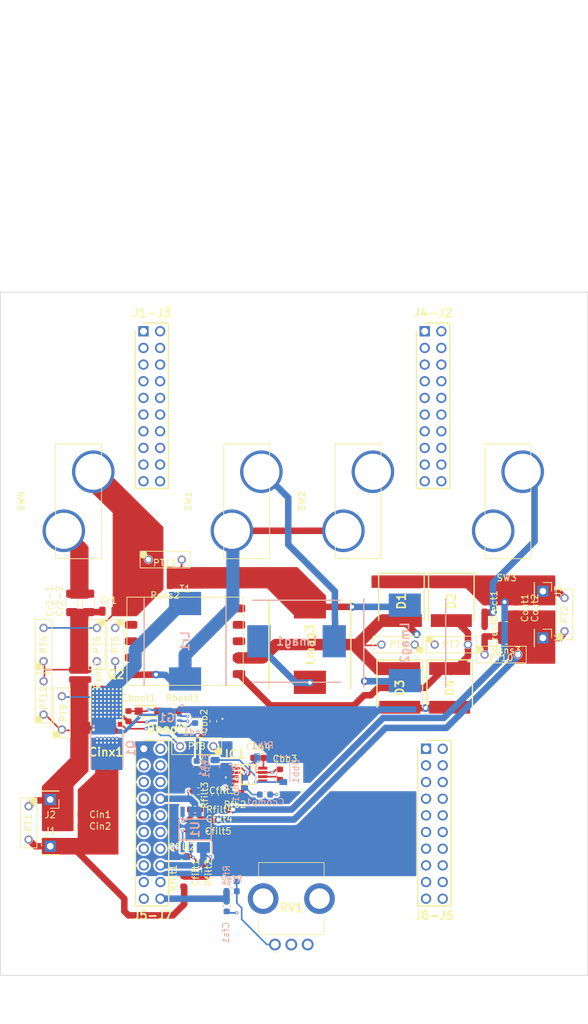
<source format=kicad_pcb>
(kicad_pcb (version 20171130) (host pcbnew "(5.1.4)-1")
  (layers (0 F.Cu signal) (1 In1.Cu signal) (2 In2.Cu signal) (31 B.Cu signal) (34 B.Paste user) (35 F.Paste user) (36 B.SilkS user) (37 F.SilkS user) (38 B.Mask user) (39 F.Mask user) (44 Edge.Cuts user))
  (net 0 "")
  (net 1 +3V3)
  (net 2 +12V)
  (net 3 "Net-(Cbb3-Pad1)")
  (net 4 "Net-(Cbb4-Pad1)")
  (net 5 "Net-(Cboot1-Pad1)")
  (net 6 "Net-(Ccomp1-Pad1)")
  (net 7 "Net-(Cfilt1-Pad1)")
  (net 8 V_IN_meas)
  (net 9 "Net-(Cfilt2-Pad2)")
  (net 10 "Net-(Cfilt3-Pad1)")
  (net 11 "Net-(Cfilt4-Pad2)")
  (net 12 V_OUT_meas)
  (net 13 E_Load-)
  (net 14 Freq_Knob)
  (net 15 "Net-(Cgd1-Pad2)")
  (net 16 V_IN)
  (net 17 E_Load+)
  (net 18 I_C-RES+)
  (net 19 V_C)
  (net 20 "Net-(Crect1-Pad2)")
  (net 21 XFMR_SEC-)
  (net 22 XFMR_SEC+)
  (net 23 "Net-(Dbb1-Pad2)")
  (net 24 "Net-(Dboot1-Pad2)")
  (net 25 Signal_H)
  (net 26 Signal_L)
  (net 27 V_GS_LS)
  (net 28 V_GS_HS)
  (net 29 "Net-(IC1-Pad1)")
  (net 30 "Net-(IC1-Pad2)")
  (net 31 "Net-(Lmag1-Pad1)")
  (net 32 "Net-(Lmag1-Pad2)")
  (net 33 "Net-(Lmag2-Pad2)")
  (net 34 I_MAG)
  (net 35 V_L)
  (net 36 "Net-(RV1-Pad1)")
  (net 37 "Net-(RV1-Pad3)")
  (net 38 "Net-(T1-Pad8)")
  (net 39 "Net-(T1-Pad9)")
  (net 40 "Net-(T1-Pad10)")
  (net 41 "Net-(J1-J3-Pad10)")
  (net 42 "Net-(J1-J3-Pad9)")
  (net 43 "Net-(J1-J3-Pad8)")
  (net 44 "Net-(J1-J3-Pad27)")
  (net 45 "Net-(J1-J3-Pad7)")
  (net 46 "Net-(J1-J3-Pad6)")
  (net 47 "Net-(J1-J3-Pad5)")
  (net 48 "Net-(J1-J3-Pad21)")
  (net 49 "Net-(J4-J2-Pad11)")
  (net 50 "Net-(J4-J2-Pad31)")
  (net 51 "Net-(J4-J2-Pad12)")
  (net 52 "Net-(J4-J2-Pad32)")
  (net 53 "Net-(J4-J2-Pad13)")
  (net 54 "Net-(J4-J2-Pad33)")
  (net 55 "Net-(J4-J2-Pad14)")
  (net 56 "Net-(J4-J2-Pad34)")
  (net 57 "Net-(J4-J2-Pad15)")
  (net 58 "Net-(J4-J2-Pad35)")
  (net 59 "Net-(J4-J2-Pad16)")
  (net 60 "Net-(J4-J2-Pad36)")
  (net 61 "Net-(J4-J2-Pad17)")
  (net 62 "Net-(J4-J2-Pad37)")
  (net 63 "Net-(J4-J2-Pad38)")
  (net 64 "Net-(J4-J2-Pad19)")
  (net 65 "Net-(J4-J2-Pad39)")
  (net 66 "Net-(J4-J2-Pad40)")
  (net 67 "Net-(Cr2-1-Pad2)")
  (net 68 Switch_Node)
  (net 69 "Net-(J1-J3-Pad4)")
  (net 70 "Net-(J1-J3-Pad28)")
  (net 71 "Net-(J1-J3-Pad24)")
  (net 72 "Net-(J1-J3-Pad23)")
  (net 73 GND)
  (net 74 "Net-(J1-J3-Pad30)")
  (net 75 "Net-(J1-J3-Pad29)")
  (net 76 "Net-(J1-J3-Pad26)")
  (net 77 "Net-(J1-J3-Pad25)")
  (net 78 "Net-(J1-J3-Pad3)")
  (net 79 "Net-(J1-J3-Pad22)")
  (net 80 "Net-(J1-J3-Pad2)")
  (net 81 "Net-(J1-J3-Pad1)")
  (net 82 "Net-(J4-J2-Pad18)")
  (net 83 "Net-(J4-J2-Pad20)")
  (net 84 "Net-(J5-J7-Pad10)")
  (net 85 "Net-(J5-J7-Pad9)")
  (net 86 "Net-(J5-J7-Pad8)")
  (net 87 "Net-(J5-J7-Pad27)")
  (net 88 "Net-(J5-J7-Pad7)")
  (net 89 "Net-(J5-J7-Pad6)")
  (net 90 "Net-(J5-J7-Pad5)")
  (net 91 "Net-(J5-J7-Pad4)")
  (net 92 "Net-(J5-J7-Pad23)")
  (net 93 "Net-(J5-J7-Pad21)")
  (net 94 "Net-(J8-J6-Pad11)")
  (net 95 "Net-(J8-J6-Pad31)")
  (net 96 "Net-(J8-J6-Pad12)")
  (net 97 "Net-(J8-J6-Pad32)")
  (net 98 "Net-(J8-J6-Pad13)")
  (net 99 "Net-(J8-J6-Pad33)")
  (net 100 "Net-(J8-J6-Pad14)")
  (net 101 "Net-(J8-J6-Pad34)")
  (net 102 "Net-(J8-J6-Pad15)")
  (net 103 "Net-(J8-J6-Pad35)")
  (net 104 "Net-(J8-J6-Pad16)")
  (net 105 "Net-(J8-J6-Pad36)")
  (net 106 "Net-(J8-J6-Pad17)")
  (net 107 "Net-(J8-J6-Pad37)")
  (net 108 "Net-(J8-J6-Pad38)")
  (net 109 "Net-(J8-J6-Pad19)")
  (net 110 "Net-(J5-J7-Pad2)")
  (net 111 "Net-(J5-J7-Pad3)")
  (net 112 "Net-(J5-J7-Pad25)")
  (net 113 "Net-(J5-J7-Pad26)")
  (net 114 "Net-(J5-J7-Pad29)")
  (net 115 "Net-(J8-J6-Pad18)")
  (module Resistor_SMD:R_0603_1608Metric (layer B.Cu) (at 88.265 157.48 90)
    (fp_text reference Rfs1 (at 0 -1.524 270) (layer B.SilkS) (effects (justify mirror)))
    (fp_text value 47k)
    (pad 1 smd roundrect (at -0.7875 0 90) (size 0.875 0.95) (layers B.Cu B.Paste B.Mask) (net 36 "Net-(RV1-Pad1)"))
    (pad 2 smd roundrect (at 0.7875 0 90) (size 0.875 0.95) (layers B.Cu B.Paste B.Mask) (net 1 +3V3))
  )
  (module Footprints:PTV09A-4020U-B103 (layer F.Cu) (at 94.107 167.894)
    (fp_text reference RV1 (at 2.5 -5.6) (layer F.SilkS) (effects (font (size 1.27 1.27) (thickness 0.254))))
    (fp_text value PTV09A-4020U-B103 hide)
    (pad MH2 thru_hole circle (at 6.8 -7) (size 4.686 4.686) (drill 3.1241) (layers *.Cu *.Mask))
    (pad MH1 thru_hole circle (at -1.8 -7) (size 4.686 4.686) (drill 3.1241) (layers *.Cu *.Mask))
    (pad 3 thru_hole circle (at 5 0) (size 1.8 1.8) (drill 1.2) (layers *.Cu *.Mask) (net 37 "Net-(RV1-Pad3)"))
    (pad 2 thru_hole circle (at 2.5 0) (size 1.8 1.8) (drill 1.2) (layers *.Cu *.Mask) (net 73 GND))
    (pad 1 thru_hole circle (at 0 0) (size 1.8 1.8) (drill 1.2) (layers *.Cu *.Mask) (net 36 "Net-(RV1-Pad1)"))
  )
  (module Footprints:744373965120 (layer B.Cu) (at 80.391 121.666 270)
    (fp_text reference Lr1 (at 0 0 90) (layer B.SilkS) (effects (font (size 1.27 1.27) (thickness 0.254)) (justify mirror)))
    (fp_text value 12u hide)
    (pad 2 smd rect (at 5.75 0 270) (size 3.55 4.9) (layers B.Cu B.Paste B.Mask) (net 35 V_L))
    (pad 1 smd rect (at -5.75 0 270) (size 3.55 4.9) (layers B.Cu B.Paste B.Mask) (net 68 Switch_Node))
  )
  (module Footprints:750342864 (layer F.Cu) (at 80.391 121.666 180)
    (fp_text reference T1 (at 0 8) (layer F.SilkS))
    (fp_text value XFMR-750316266)
    (pad 10 smd roundrect (at -8.225 5 180) (size 1.9 1.2) (layers F.Cu F.Paste F.Mask) (net 40 "Net-(T1-Pad10)"))
    (pad 9 smd roundrect (at -8.225 2.5 180) (size 1.9 1.2) (layers F.Cu F.Paste F.Mask) (net 39 "Net-(T1-Pad9)"))
    (pad 6 smd roundrect (at -8.225 -5 180) (size 1.9 1.2) (layers F.Cu F.Paste F.Mask) (net 22 XFMR_SEC+))
    (pad 7 smd roundrect (at -8.225 -2.5 180) (size 1.9 1.2) (layers F.Cu F.Paste F.Mask) (net 21 XFMR_SEC-))
    (pad 8 smd roundrect (at -8.225 0 180) (size 1.9 1.2) (layers F.Cu F.Paste F.Mask) (net 38 "Net-(T1-Pad8)"))
    (pad 1 smd roundrect (at 8.225 5 180) (size 1.9 1.2) (layers F.Cu F.Paste F.Mask) (net 19 V_C))
    (pad 2 smd roundrect (at 8.225 2.5 180) (size 1.9 1.2) (layers F.Cu F.Paste F.Mask))
    (pad 5 smd roundrect (at 8.225 -5 180) (size 1.9 1.2) (layers F.Cu F.Paste F.Mask) (net 35 V_L))
    (pad 4 smd roundrect (at 8.225 -2.5 180) (size 1.9 1.2) (layers F.Cu F.Paste F.Mask))
    (pad 3 smd roundrect (at 8.225 0 180) (size 1.9 1.2) (layers F.Cu F.Paste F.Mask))
  )
  (module Footprints:TLV2632 (layer B.Cu) (at 81.915 150.368 90)
    (fp_text reference U1 (at 0 0 270) (layer B.SilkS) (effects (font (size 1.27 1.27) (thickness 0.254)) (justify mirror)))
    (fp_text value TLV2372 hide)
    (pad 8 smd rect (at 2.712 1.905) (size 0.65 1.525) (layers B.Cu B.Paste B.Mask) (net 1 +3V3))
    (pad 7 smd rect (at 2.712 0.635) (size 0.65 1.525) (layers B.Cu B.Paste B.Mask) (net 12 V_OUT_meas))
    (pad 6 smd rect (at 2.712 -0.635) (size 0.65 1.525) (layers B.Cu B.Paste B.Mask) (net 12 V_OUT_meas))
    (pad 5 smd rect (at 2.712 -1.905) (size 0.65 1.525) (layers B.Cu B.Paste B.Mask) (net 11 "Net-(Cfilt4-Pad2)"))
    (pad 4 smd rect (at -2.712 -1.905) (size 0.65 1.525) (layers B.Cu B.Paste B.Mask) (net 73 GND))
    (pad 3 smd rect (at -2.712 -0.635) (size 0.65 1.525) (layers B.Cu B.Paste B.Mask) (net 9 "Net-(Cfilt2-Pad2)"))
    (pad 2 smd rect (at -2.712 0.635) (size 0.65 1.525) (layers B.Cu B.Paste B.Mask) (net 8 V_IN_meas))
    (pad 1 smd rect (at -2.712 1.905) (size 0.65 1.525) (layers B.Cu B.Paste B.Mask) (net 8 V_IN_meas))
  )
  (module Resistor_SMD:R_0612_1632Metric (layer F.Cu) (at 129.413 120.396 180)
    (fp_text reference Rsns3 (at 0 -2.65) (layer F.SilkS))
    (fp_text value 25m)
    (pad 2 smd roundrect (at 0.75 0 180) (size 1 3.4) (layers F.Cu F.Paste F.Mask) (net 73 GND))
    (pad 1 smd roundrect (at -0.75 0 180) (size 1 3.4) (layers F.Cu F.Paste F.Mask) (net 13 E_Load-))
  )
  (module Resistor_SMD:R_0612_1632Metric (layer F.Cu) (at 77.343 112.014 180)
    (fp_text reference Rsns2 (at 0 -2.65) (layer F.SilkS))
    (fp_text value 25m)
    (pad 2 smd roundrect (at 0.75 0 180) (size 1 3.4) (layers F.Cu F.Paste F.Mask) (net 19 V_C))
    (pad 1 smd roundrect (at -0.75 0 180) (size 1 3.4) (layers F.Cu F.Paste F.Mask) (net 34 I_MAG))
  )
  (module Resistor_SMD:R_0612_1632Metric (layer F.Cu) (at 64.389 126.746 270)
    (fp_text reference Rsns1 (at 0 -2.65 90) (layer F.SilkS))
    (fp_text value 25m)
    (pad 2 smd roundrect (at 0.75 0 270) (size 1 3.4) (layers F.Cu F.Paste F.Mask) (net 73 GND))
    (pad 1 smd roundrect (at -0.75 0 270) (size 1 3.4) (layers F.Cu F.Paste F.Mask) (net 18 I_C-RES+))
  )
  (module Footprints:90151-2320_J2 (layer F.Cu) (at 116.967 74.168)
    (fp_text reference J4-J2 (at 1.27 -2.54) (layer F.SilkS) (effects (font (size 1.27 1.27) (thickness 0.254))))
    (fp_text value Conn_02x10_Top_Bottom hide)
    (pad 11 thru_hole circle (at 2.54 23.11 270) (size 1.575 1.575) (drill 1.05) (layers *.Cu *.Mask) (net 49 "Net-(J4-J2-Pad11)"))
    (pad 31 thru_hole circle (at 0 23.11 270) (size 1.575 1.575) (drill 1.05) (layers *.Cu *.Mask) (net 50 "Net-(J4-J2-Pad31)"))
    (pad 12 thru_hole circle (at 2.54 20.57 270) (size 1.575 1.575) (drill 1.05) (layers *.Cu *.Mask) (net 51 "Net-(J4-J2-Pad12)"))
    (pad 32 thru_hole circle (at 0 20.57 270) (size 1.575 1.575) (drill 1.05) (layers *.Cu *.Mask) (net 52 "Net-(J4-J2-Pad32)"))
    (pad 13 thru_hole circle (at 2.54 18.03 270) (size 1.575 1.575) (drill 1.05) (layers *.Cu *.Mask) (net 53 "Net-(J4-J2-Pad13)"))
    (pad 33 thru_hole circle (at 0 18.03 270) (size 1.575 1.575) (drill 1.05) (layers *.Cu *.Mask) (net 54 "Net-(J4-J2-Pad33)"))
    (pad 14 thru_hole circle (at 2.54 15.49 270) (size 1.575 1.575) (drill 1.05) (layers *.Cu *.Mask) (net 55 "Net-(J4-J2-Pad14)"))
    (pad 34 thru_hole circle (at 0 15.49 270) (size 1.575 1.575) (drill 1.05) (layers *.Cu *.Mask) (net 56 "Net-(J4-J2-Pad34)"))
    (pad 15 thru_hole circle (at 2.54 12.95 270) (size 1.575 1.575) (drill 1.05) (layers *.Cu *.Mask) (net 57 "Net-(J4-J2-Pad15)"))
    (pad 35 thru_hole circle (at 0 12.95 270) (size 1.575 1.575) (drill 1.05) (layers *.Cu *.Mask) (net 58 "Net-(J4-J2-Pad35)"))
    (pad 16 thru_hole circle (at 2.54 10.41 270) (size 1.575 1.575) (drill 1.05) (layers *.Cu *.Mask) (net 59 "Net-(J4-J2-Pad16)"))
    (pad 36 thru_hole circle (at 0 10.41 270) (size 1.575 1.575) (drill 1.05) (layers *.Cu *.Mask) (net 60 "Net-(J4-J2-Pad36)"))
    (pad 17 thru_hole circle (at 2.54 7.87 270) (size 1.575 1.575) (drill 1.05) (layers *.Cu *.Mask) (net 61 "Net-(J4-J2-Pad17)"))
    (pad 37 thru_hole circle (at 0 7.87 270) (size 1.575 1.575) (drill 1.05) (layers *.Cu *.Mask) (net 62 "Net-(J4-J2-Pad37)"))
    (pad 18 thru_hole circle (at 2.54 5.33 270) (size 1.575 1.575) (drill 1.05) (layers *.Cu *.Mask) (net 82 "Net-(J4-J2-Pad18)"))
    (pad 38 thru_hole circle (at 0 5.33 270) (size 1.575 1.575) (drill 1.05) (layers *.Cu *.Mask) (net 63 "Net-(J4-J2-Pad38)"))
    (pad 19 thru_hole circle (at 2.54 2.79 270) (size 1.575 1.575) (drill 1.05) (layers *.Cu *.Mask) (net 64 "Net-(J4-J2-Pad19)"))
    (pad 39 thru_hole circle (at 0 2.79 270) (size 1.575 1.575) (drill 1.05) (layers *.Cu *.Mask) (net 65 "Net-(J4-J2-Pad39)"))
    (pad 20 thru_hole circle (at 2.54 0.25 270) (size 1.575 1.575) (drill 1.05) (layers *.Cu *.Mask) (net 83 "Net-(J4-J2-Pad20)"))
    (pad 40 thru_hole rect (at 0 0.25 270) (size 1.575 1.575) (drill 1.05) (layers *.Cu *.Mask) (net 66 "Net-(J4-J2-Pad40)"))
  )
  (module Footprints:90151-2320_J1 (layer F.Cu) (at 74.041 74.168)
    (fp_text reference J1-J3 (at 1.27 -2.54) (layer F.SilkS) (effects (font (size 1.27 1.27) (thickness 0.254))))
    (fp_text value Conn_02x10_Top_Bottom hide)
    (pad 1 thru_hole rect (at 0 0.25 270) (size 1.575 1.575) (drill 1.05) (layers *.Cu *.Mask) (net 81 "Net-(J1-J3-Pad1)"))
    (pad 21 thru_hole circle (at 2.54 0.25 270) (size 1.575 1.575) (drill 1.05) (layers *.Cu *.Mask) (net 48 "Net-(J1-J3-Pad21)"))
    (pad 2 thru_hole circle (at 0 2.79 270) (size 1.575 1.575) (drill 1.05) (layers *.Cu *.Mask) (net 80 "Net-(J1-J3-Pad2)"))
    (pad 22 thru_hole circle (at 2.54 2.79 270) (size 1.575 1.575) (drill 1.05) (layers *.Cu *.Mask) (net 79 "Net-(J1-J3-Pad22)"))
    (pad 3 thru_hole circle (at 0 5.33 270) (size 1.575 1.575) (drill 1.05) (layers *.Cu *.Mask) (net 78 "Net-(J1-J3-Pad3)"))
    (pad 23 thru_hole circle (at 2.54 5.33 270) (size 1.575 1.575) (drill 1.05) (layers *.Cu *.Mask) (net 72 "Net-(J1-J3-Pad23)"))
    (pad 4 thru_hole circle (at 0 7.87 270) (size 1.575 1.575) (drill 1.05) (layers *.Cu *.Mask) (net 69 "Net-(J1-J3-Pad4)"))
    (pad 24 thru_hole circle (at 2.54 7.87 270) (size 1.575 1.575) (drill 1.05) (layers *.Cu *.Mask) (net 71 "Net-(J1-J3-Pad24)"))
    (pad 5 thru_hole circle (at 0 10.41 270) (size 1.575 1.575) (drill 1.05) (layers *.Cu *.Mask) (net 47 "Net-(J1-J3-Pad5)"))
    (pad 25 thru_hole circle (at 2.54 10.41 270) (size 1.575 1.575) (drill 1.05) (layers *.Cu *.Mask) (net 77 "Net-(J1-J3-Pad25)"))
    (pad 6 thru_hole circle (at 0 12.95 270) (size 1.575 1.575) (drill 1.05) (layers *.Cu *.Mask) (net 46 "Net-(J1-J3-Pad6)"))
    (pad 26 thru_hole circle (at 2.54 12.95 270) (size 1.575 1.575) (drill 1.05) (layers *.Cu *.Mask) (net 76 "Net-(J1-J3-Pad26)"))
    (pad 7 thru_hole circle (at 0 15.49 270) (size 1.575 1.575) (drill 1.05) (layers *.Cu *.Mask) (net 45 "Net-(J1-J3-Pad7)"))
    (pad 27 thru_hole circle (at 2.54 15.49 270) (size 1.575 1.575) (drill 1.05) (layers *.Cu *.Mask) (net 44 "Net-(J1-J3-Pad27)"))
    (pad 8 thru_hole circle (at 0 18.03 270) (size 1.575 1.575) (drill 1.05) (layers *.Cu *.Mask) (net 43 "Net-(J1-J3-Pad8)"))
    (pad 28 thru_hole circle (at 2.54 18.03 270) (size 1.575 1.575) (drill 1.05) (layers *.Cu *.Mask) (net 70 "Net-(J1-J3-Pad28)"))
    (pad 9 thru_hole circle (at 0 20.57 270) (size 1.575 1.575) (drill 1.05) (layers *.Cu *.Mask) (net 42 "Net-(J1-J3-Pad9)"))
    (pad 29 thru_hole circle (at 2.54 20.57 270) (size 1.575 1.575) (drill 1.05) (layers *.Cu *.Mask) (net 75 "Net-(J1-J3-Pad29)"))
    (pad 10 thru_hole circle (at 0 23.11 270) (size 1.575 1.575) (drill 1.05) (layers *.Cu *.Mask) (net 41 "Net-(J1-J3-Pad10)"))
    (pad 30 thru_hole circle (at 2.54 23.11 270) (size 1.575 1.575) (drill 1.05) (layers *.Cu *.Mask) (net 74 "Net-(J1-J3-Pad30)"))
  )
  (module Capacitor_SMD:C_0603_1608Metric (layer F.Cu) (at 84.709 133.858 90)
    (fp_text reference Cbb2 (at 0 -1.43 90) (layer F.SilkS))
    (fp_text value 10u)
    (pad 2 smd roundrect (at 0.7875 0 90) (size 0.875 0.95) (layers F.Cu F.Paste F.Mask) (net 2 +12V))
    (pad 1 smd roundrect (at -0.7875 0 90) (size 0.875 0.95) (layers F.Cu F.Paste F.Mask) (net 73 GND))
  )
  (module Capacitor_SMD:C_0603_1608Metric (layer B.Cu) (at 82.169 140.716 90)
    (fp_text reference Cbb1 (at 0 1.43 270) (layer B.SilkS) (effects (justify mirror)))
    (fp_text value 10u)
    (pad 2 smd roundrect (at 0.7875 0 90) (size 0.875 0.95) (layers B.Cu B.Paste B.Mask) (net 73 GND))
    (pad 1 smd roundrect (at -0.7875 0 90) (size 0.875 0.95) (layers B.Cu B.Paste B.Mask) (net 1 +3V3))
  )
  (module Capacitor_SMD:C_0603_1608Metric (layer F.Cu) (at 126.111 116.332 270)
    (fp_text reference Crect1 (at 0 -1.43 90) (layer F.SilkS))
    (fp_text value 10u)
    (pad 2 smd roundrect (at 0.7875 0 270) (size 0.875 0.95) (layers F.Cu F.Paste F.Mask) (net 20 "Net-(Crect1-Pad2)"))
    (pad 1 smd roundrect (at -0.7875 0 270) (size 0.875 0.95) (layers F.Cu F.Paste F.Mask) (net 17 E_Load+))
  )
  (module Capacitor_SMD:C_0603_1608Metric (layer F.Cu) (at 132.334 116.586 270)
    (fp_text reference Cout2 (at 0 -1.43 90) (layer F.SilkS))
    (fp_text value 10u)
    (pad 2 smd roundrect (at 0.7875 0 270) (size 0.875 0.95) (layers F.Cu F.Paste F.Mask) (net 13 E_Load-))
    (pad 1 smd roundrect (at -0.7875 0 270) (size 0.875 0.95) (layers F.Cu F.Paste F.Mask) (net 17 E_Load+))
  )
  (module Connector_PinHeader_2.54mm:PinHeader_1x01_P2.54mm_Vertical (layer F.Cu) (at 135.001 114.046 270)
    (fp_text reference J3 (at 0 -2.33 90) (layer F.SilkS))
    (fp_text value Conn_01x01)
    (pad 1 thru_hole rect (at 0 0 270) (size 1.7 1.7) (drill 1) (layers *.Cu *.Mask) (net 17 E_Load+))
  )
  (module Capacitor_SMD:C_0603_1608Metric (layer F.Cu) (at 126.111 120.142 270)
    (fp_text reference Crect2 (at 0 -1.43 90) (layer F.SilkS))
    (fp_text value 10u)
    (pad 2 smd roundrect (at 0.7875 0 270) (size 0.875 0.95) (layers F.Cu F.Paste F.Mask) (net 73 GND))
    (pad 1 smd roundrect (at -0.7875 0 270) (size 0.875 0.95) (layers F.Cu F.Paste F.Mask) (net 20 "Net-(Crect1-Pad2)"))
  )
  (module Connector_PinHeader_2.54mm:PinHeader_1x01_P2.54mm_Vertical (layer F.Cu) (at 135.001 121.158 270)
    (fp_text reference J4 (at 0 -2.33 90) (layer F.SilkS))
    (fp_text value Conn_01x01)
    (pad 1 thru_hole rect (at 0 0 270) (size 1.7 1.7) (drill 1) (layers *.Cu *.Mask) (net 13 E_Load-))
  )
  (module Capacitor_SMD:C_0603_1608Metric (layer F.Cu) (at 130.81 116.586 270)
    (fp_text reference Cout1 (at 0 -1.43 90) (layer F.SilkS))
    (fp_text value 10u)
    (pad 2 smd roundrect (at 0.7875 0 270) (size 0.875 0.95) (layers F.Cu F.Paste F.Mask) (net 13 E_Load-))
    (pad 1 smd roundrect (at -0.7875 0 270) (size 0.875 0.95) (layers F.Cu F.Paste F.Mask) (net 17 E_Load+))
  )
  (module Footprints:Probe_Test (layer F.Cu) (at 128.651 123.698)
    (fp_text reference PT10 (at 0 0.5) (layer F.SilkS))
    (fp_text value Probe_Test)
    (pad 2 thru_hole circle (at -2.54 0) (size 1.25 1.25) (drill 0.85) (layers *.Cu *.Mask) (net 73 GND))
    (pad 1 thru_hole circle (at 2.54 0) (size 1.25 1.25) (drill 0.85) (layers *.Cu *.Mask) (net 13 E_Load-))
  )
  (module Footprints:Probe_Test (layer F.Cu) (at 77.343 109.22)
    (fp_text reference PT11 (at 0 0.5) (layer F.SilkS))
    (fp_text value Probe_Test!)
    (pad 2 thru_hole circle (at -2.54 0) (size 1.25 1.25) (drill 0.85) (layers *.Cu *.Mask) (net 19 V_C))
    (pad 1 thru_hole circle (at 2.54 0) (size 1.25 1.25) (drill 0.85) (layers *.Cu *.Mask) (net 34 I_MAG))
  )
  (module Footprints:CSD18513Q5A (layer F.Cu) (at 68.453 131.572 270)
    (fp_text reference Q2 (at -4.826 -1.397) (layer F.SilkS) (effects (font (size 1.27 1.27) (thickness 0.254))))
    (fp_text value CSD18513Q5A hide)
    (pad 9 smd rect (at -0.325 0 270) (size 4.295 4.51) (layers F.Cu F.Paste F.Mask) (net 68 Switch_Node))
    (pad 8 smd rect (at -2.8 1.98 270) (size 0.655 0.675) (layers F.Cu F.Paste F.Mask) (net 68 Switch_Node))
    (pad 7 smd rect (at -2.8 0.66 270) (size 0.655 0.675) (layers F.Cu F.Paste F.Mask) (net 68 Switch_Node))
    (pad 6 smd rect (at -2.8 -0.66 270) (size 0.655 0.675) (layers F.Cu F.Paste F.Mask) (net 68 Switch_Node))
    (pad 5 smd rect (at -2.8 -1.98 270) (size 0.655 0.675) (layers F.Cu F.Paste F.Mask) (net 68 Switch_Node))
    (pad 4 smd rect (at 2.7525 -1.995) (size 0.675 0.75) (layers F.Cu F.Paste F.Mask) (net 27 V_GS_LS))
    (pad 3 smd rect (at 2.7525 -0.665) (size 0.675 0.75) (layers F.Cu F.Paste F.Mask) (net 73 GND))
    (pad 2 smd rect (at 2.7525 0.665) (size 0.675 0.75) (layers F.Cu F.Paste F.Mask) (net 73 GND))
    (pad 1 smd rect (at 2.7525 1.995) (size 0.675 0.75) (layers F.Cu F.Paste F.Mask) (net 73 GND))
  )
  (module Footprints:CSD18513Q5A (layer B.Cu) (at 68.453 138.176 90)
    (fp_text reference Q1 (at 0.183 3.684 270) (layer B.SilkS) (effects (font (size 1.27 1.27) (thickness 0.254)) (justify mirror)))
    (fp_text value CSD18513Q5A hide)
    (pad 9 smd rect (at -0.325 0 90) (size 4.295 4.51) (layers B.Cu B.Paste B.Mask) (net 16 V_IN))
    (pad 8 smd rect (at -2.8 -1.98 90) (size 0.655 0.675) (layers B.Cu B.Paste B.Mask) (net 16 V_IN))
    (pad 7 smd rect (at -2.8 -0.66 90) (size 0.655 0.675) (layers B.Cu B.Paste B.Mask) (net 16 V_IN))
    (pad 6 smd rect (at -2.8 0.66 90) (size 0.655 0.675) (layers B.Cu B.Paste B.Mask) (net 16 V_IN))
    (pad 5 smd rect (at -2.8 1.98 90) (size 0.655 0.675) (layers B.Cu B.Paste B.Mask) (net 16 V_IN))
    (pad 4 smd rect (at 2.7525 1.995) (size 0.675 0.75) (layers B.Cu B.Paste B.Mask) (net 28 V_GS_HS))
    (pad 3 smd rect (at 2.7525 0.665) (size 0.675 0.75) (layers B.Cu B.Paste B.Mask) (net 68 Switch_Node))
    (pad 2 smd rect (at 2.7525 -0.665) (size 0.675 0.75) (layers B.Cu B.Paste B.Mask) (net 68 Switch_Node))
    (pad 1 smd rect (at 2.7525 -1.995) (size 0.675 0.75) (layers B.Cu B.Paste B.Mask) (net 68 Switch_Node))
  )
  (module Connector_PinHeader_2.54mm:PinHeader_1x01_P2.54mm_Vertical (layer F.Cu) (at 59.817 145.796 180)
    (fp_text reference J2 (at 0 -2.33) (layer F.SilkS))
    (fp_text value Conn_01x01)
    (pad 1 thru_hole rect (at 0 0 180) (size 1.7 1.7) (drill 1) (layers *.Cu *.Mask) (net 73 GND))
  )
  (module Connector_PinHeader_2.54mm:PinHeader_1x01_P2.54mm_Vertical (layer F.Cu) (at 59.817 152.908)
    (fp_text reference J1 (at 0 -2.33) (layer F.SilkS))
    (fp_text value Conn_01x01)
    (pad 1 thru_hole rect (at 0 0) (size 1.7 1.7) (drill 1) (layers *.Cu *.Mask) (net 16 V_IN))
  )
  (module Capacitor_SMD:C_0603_1608Metric (layer F.Cu) (at 63.627 149.86 180)
    (fp_text reference Cin2 (at -3.81 0) (layer F.SilkS))
    (fp_text value 10u)
    (pad 2 smd roundrect (at 0.7875 0 180) (size 0.875 0.95) (layers F.Cu F.Paste F.Mask) (net 73 GND))
    (pad 1 smd roundrect (at -0.7875 0 180) (size 0.875 0.95) (layers F.Cu F.Paste F.Mask) (net 16 V_IN))
  )
  (module Capacitor_SMD:C_0603_1608Metric (layer F.Cu) (at 63.627 148.082 180)
    (fp_text reference Cin1 (at -3.81 0) (layer F.SilkS))
    (fp_text value 10u)
    (pad 2 smd roundrect (at 0.7875 0 180) (size 0.875 0.95) (layers F.Cu F.Paste F.Mask) (net 73 GND))
    (pad 1 smd roundrect (at -0.7875 0 180) (size 0.875 0.95) (layers F.Cu F.Paste F.Mask) (net 16 V_IN))
  )
  (module Footprints:Probe_Test (layer F.Cu) (at 112.903 122.174 180)
    (fp_text reference PT3 (at 0 0) (layer F.SilkS))
    (fp_text value Probe_Test)
    (pad 2 thru_hole circle (at -2.54 0 180) (size 1.25 1.25) (drill 0.85) (layers *.Cu *.Mask) (net 73 GND))
    (pad 1 thru_hole circle (at 2.54 0 180) (size 1.25 1.25) (drill 0.85) (layers *.Cu *.Mask) (net 21 XFMR_SEC-))
  )
  (module Footprints:Probe_Test (layer F.Cu) (at 121.031 122.174)
    (fp_text reference PT7 (at 0 0) (layer F.SilkS))
    (fp_text value Probe_Test!)
    (pad 2 thru_hole circle (at -2.54 0) (size 1.25 1.25) (drill 0.85) (layers *.Cu *.Mask) (net 21 XFMR_SEC-))
    (pad 1 thru_hole circle (at 2.54 0) (size 1.25 1.25) (drill 0.85) (layers *.Cu *.Mask) (net 22 XFMR_SEC+))
  )
  (module Footprints:Probe_Test (layer F.Cu) (at 69.723 122.174 270)
    (fp_text reference PT5 (at 0 0 90) (layer F.SilkS))
    (fp_text value Probe_Test!)
    (pad 2 thru_hole circle (at -2.54 0 270) (size 1.25 1.25) (drill 0.85) (layers *.Cu *.Mask) (net 35 V_L))
    (pad 1 thru_hole circle (at 2.54 0 270) (size 1.25 1.25) (drill 0.85) (layers *.Cu *.Mask) (net 68 Switch_Node))
  )
  (module Footprints:744373965120 (layer F.Cu) (at 99.441 122.174 270)
    (fp_text reference Lmag3 (at 0 0 90) (layer F.SilkS) (effects (font (size 1.27 1.27) (thickness 0.254))))
    (fp_text value 12u hide)
    (pad 2 smd rect (at 5.75 0 270) (size 3.55 4.9) (layers F.Cu F.Paste F.Mask) (net 32 "Net-(Lmag1-Pad2)"))
    (pad 1 smd rect (at -5.75 0 270) (size 3.55 4.9) (layers F.Cu F.Paste F.Mask) (net 34 I_MAG))
  )
  (module Footprints:744373965120 (layer B.Cu) (at 113.919 121.92 270)
    (fp_text reference Lmag2 (at 0 0 90) (layer B.SilkS) (effects (font (size 1.27 1.27) (thickness 0.254)) (justify mirror)))
    (fp_text value 12u hide)
    (pad 2 smd rect (at 5.75 0 270) (size 3.55 4.9) (layers B.Cu B.Paste B.Mask) (net 33 "Net-(Lmag2-Pad2)"))
    (pad 1 smd rect (at -5.75 0 270) (size 3.55 4.9) (layers B.Cu B.Paste B.Mask) (net 34 I_MAG))
  )
  (module Footprints:744373965120 (layer B.Cu) (at 97.409 121.666 180)
    (fp_text reference Lmag1 (at 0 0) (layer B.SilkS) (effects (font (size 1.27 1.27) (thickness 0.254)) (justify mirror)))
    (fp_text value 12u hide)
    (pad 2 smd rect (at 5.75 0 180) (size 3.55 4.9) (layers B.Cu B.Paste B.Mask) (net 32 "Net-(Lmag1-Pad2)"))
    (pad 1 smd rect (at -5.75 0 180) (size 3.55 4.9) (layers B.Cu B.Paste B.Mask) (net 31 "Net-(Lmag1-Pad1)"))
  )
  (module Footprints:Probe_Test (layer F.Cu) (at 56.515 149.352 270)
    (fp_text reference PT1 (at 0 0 90) (layer F.SilkS))
    (fp_text value Probe_Test)
    (pad 2 thru_hole circle (at -2.54 0 270) (size 1.25 1.25) (drill 0.85) (layers *.Cu *.Mask) (net 73 GND))
    (pad 1 thru_hole circle (at 2.54 0 270) (size 1.25 1.25) (drill 0.85) (layers *.Cu *.Mask) (net 16 V_IN))
  )
  (module Footprints:Probe_Test (layer F.Cu) (at 138.303 117.602 90)
    (fp_text reference PT2 (at 0 0 90) (layer F.SilkS))
    (fp_text value Probe_Test)
    (pad 2 thru_hole circle (at -2.54 0 90) (size 1.25 1.25) (drill 0.85) (layers *.Cu *.Mask) (net 13 E_Load-))
    (pad 1 thru_hole circle (at 2.54 0 90) (size 1.25 1.25) (drill 0.85) (layers *.Cu *.Mask) (net 17 E_Load+))
  )
  (module Footprints:Probe_Test (layer F.Cu) (at 58.801 122.174 90)
    (fp_text reference PT4 (at 0 0 90) (layer F.SilkS))
    (fp_text value Probe_Test)
    (pad 2 thru_hole circle (at -2.54 0 90) (size 1.25 1.25) (drill 0.85) (layers *.Cu *.Mask) (net 18 I_C-RES+))
    (pad 1 thru_hole circle (at 2.54 0 90) (size 1.25 1.25) (drill 0.85) (layers *.Cu *.Mask) (net 19 V_C))
  )
  (module Footprints:Probe_Test (layer F.Cu) (at 66.929 122.174 270)
    (fp_text reference PT6 (at 0 0 90) (layer F.SilkS))
    (fp_text value Probe_Test!)
    (pad 2 thru_hole circle (at -2.54 0 270) (size 1.25 1.25) (drill 0.85) (layers *.Cu *.Mask) (net 19 V_C))
    (pad 1 thru_hole circle (at 2.54 0 270) (size 1.25 1.25) (drill 0.85) (layers *.Cu *.Mask) (net 35 V_L))
  )
  (module Footprints:Probe_Test (layer F.Cu) (at 82.169 137.668 180)
    (fp_text reference PT8 (at 0 0) (layer F.SilkS))
    (fp_text value Probe_Test)
    (pad 2 thru_hole circle (at -2.54 0 180) (size 1.25 1.25) (drill 0.85) (layers *.Cu *.Mask) (net 73 GND))
    (pad 1 thru_hole circle (at 2.54 0 180) (size 1.25 1.25) (drill 0.85) (layers *.Cu *.Mask) (net 27 V_GS_LS))
  )
  (module Footprints:Probe_Test (layer F.Cu) (at 61.595 132.588 90)
    (fp_text reference PT9 (at 0 0.254 90) (layer F.SilkS))
    (fp_text value Probe_Test)
    (pad 2 thru_hole circle (at -2.54 0 90) (size 1.25 1.25) (drill 0.85) (layers *.Cu *.Mask) (net 73 GND))
    (pad 1 thru_hole circle (at 2.54 0 90) (size 1.25 1.25) (drill 0.85) (layers *.Cu *.Mask) (net 68 Switch_Node))
  )
  (module Footprints:Probe_Test (layer F.Cu) (at 58.801 130.302 90)
    (fp_text reference PT12 (at 0 0 90) (layer F.SilkS))
    (fp_text value Probe_Test)
    (pad 2 thru_hole circle (at -2.54 0 90) (size 1.25 1.25) (drill 0.85) (layers *.Cu *.Mask) (net 73 GND))
    (pad 1 thru_hole circle (at 2.54 0 90) (size 1.25 1.25) (drill 0.85) (layers *.Cu *.Mask) (net 18 I_C-RES+))
  )
  (module Capacitor_SMD:C_1206_3216Metric (layer F.Cu) (at 65.659 115.824 90)
    (fp_text reference Cr2-2 (at 0.254 -4.445 90) (layer F.SilkS))
    (fp_text value 82n)
    (pad 2 smd roundrect (at 1.4 0 90) (size 1.25 1.75) (layers F.Cu F.Paste F.Mask) (roundrect_rratio 0.2) (net 67 "Net-(Cr2-1-Pad2)"))
    (pad 1 smd roundrect (at -1.4 0 90) (size 1.25 1.75) (layers F.Cu F.Paste F.Mask) (roundrect_rratio 0.2) (net 18 I_C-RES+))
  )
  (module Capacitor_SMD:C_1206_3216Metric (layer F.Cu) (at 63.119 115.824 90)
    (fp_text reference Cr2-1 (at 0.254 -3.429 90) (layer F.SilkS))
    (fp_text value 82n)
    (pad 2 smd roundrect (at 1.4 0 90) (size 1.25 1.75) (layers F.Cu F.Paste F.Mask) (roundrect_rratio 0.2) (net 67 "Net-(Cr2-1-Pad2)"))
    (pad 1 smd roundrect (at -1.4 0 90) (size 1.25 1.75) (layers F.Cu F.Paste F.Mask) (roundrect_rratio 0.2) (net 18 I_C-RES+))
  )
  (module Footprints:90151-2320_J2 (layer F.Cu) (at 117.1702 137.799)
    (fp_text reference J8-J6 (at 1.27 25.65) (layer F.SilkS) (effects (font (size 1.27 1.27) (thickness 0.254))))
    (fp_text value Conn_02x10_Top_Bottom hide)
    (pad 40 thru_hole rect (at 0 0.25 270) (size 1.575 1.575) (drill 1.05) (layers *.Cu *.Mask) (net 25 Signal_H))
    (pad 20 thru_hole circle (at 2.54 0.25 270) (size 1.575 1.575) (drill 1.05) (layers *.Cu *.Mask) (net 73 GND))
    (pad 39 thru_hole circle (at 0 2.79 270) (size 1.575 1.575) (drill 1.05) (layers *.Cu *.Mask) (net 26 Signal_L))
    (pad 19 thru_hole circle (at 2.54 2.79 270) (size 1.575 1.575) (drill 1.05) (layers *.Cu *.Mask) (net 109 "Net-(J8-J6-Pad19)"))
    (pad 38 thru_hole circle (at 0 5.33 270) (size 1.575 1.575) (drill 1.05) (layers *.Cu *.Mask) (net 108 "Net-(J8-J6-Pad38)"))
    (pad 18 thru_hole circle (at 2.54 5.33 270) (size 1.575 1.575) (drill 1.05) (layers *.Cu *.Mask) (net 115 "Net-(J8-J6-Pad18)"))
    (pad 37 thru_hole circle (at 0 7.87 270) (size 1.575 1.575) (drill 1.05) (layers *.Cu *.Mask) (net 107 "Net-(J8-J6-Pad37)"))
    (pad 17 thru_hole circle (at 2.54 7.87 270) (size 1.575 1.575) (drill 1.05) (layers *.Cu *.Mask) (net 106 "Net-(J8-J6-Pad17)"))
    (pad 36 thru_hole circle (at 0 10.41 270) (size 1.575 1.575) (drill 1.05) (layers *.Cu *.Mask) (net 105 "Net-(J8-J6-Pad36)"))
    (pad 16 thru_hole circle (at 2.54 10.41 270) (size 1.575 1.575) (drill 1.05) (layers *.Cu *.Mask) (net 104 "Net-(J8-J6-Pad16)"))
    (pad 35 thru_hole circle (at 0 12.95 270) (size 1.575 1.575) (drill 1.05) (layers *.Cu *.Mask) (net 103 "Net-(J8-J6-Pad35)"))
    (pad 15 thru_hole circle (at 2.54 12.95 270) (size 1.575 1.575) (drill 1.05) (layers *.Cu *.Mask) (net 102 "Net-(J8-J6-Pad15)"))
    (pad 34 thru_hole circle (at 0 15.49 270) (size 1.575 1.575) (drill 1.05) (layers *.Cu *.Mask) (net 101 "Net-(J8-J6-Pad34)"))
    (pad 14 thru_hole circle (at 2.54 15.49 270) (size 1.575 1.575) (drill 1.05) (layers *.Cu *.Mask) (net 100 "Net-(J8-J6-Pad14)"))
    (pad 33 thru_hole circle (at 0 18.03 270) (size 1.575 1.575) (drill 1.05) (layers *.Cu *.Mask) (net 99 "Net-(J8-J6-Pad33)"))
    (pad 13 thru_hole circle (at 2.54 18.03 270) (size 1.575 1.575) (drill 1.05) (layers *.Cu *.Mask) (net 98 "Net-(J8-J6-Pad13)"))
    (pad 32 thru_hole circle (at 0 20.57 270) (size 1.575 1.575) (drill 1.05) (layers *.Cu *.Mask) (net 97 "Net-(J8-J6-Pad32)"))
    (pad 12 thru_hole circle (at 2.54 20.57 270) (size 1.575 1.575) (drill 1.05) (layers *.Cu *.Mask) (net 96 "Net-(J8-J6-Pad12)"))
    (pad 31 thru_hole circle (at 0 23.11 270) (size 1.575 1.575) (drill 1.05) (layers *.Cu *.Mask) (net 95 "Net-(J8-J6-Pad31)"))
    (pad 11 thru_hole circle (at 2.54 23.11 270) (size 1.575 1.575) (drill 1.05) (layers *.Cu *.Mask) (net 94 "Net-(J8-J6-Pad11)"))
  )
  (module Footprints:90151-2320_J1 (layer F.Cu) (at 74.0918 137.799)
    (fp_text reference J5-J7 (at 1.3462 25.65) (layer F.SilkS) (effects (font (size 1.27 1.27) (thickness 0.254))))
    (fp_text value Conn_02x10_Top_Bottom hide)
    (pad 1 thru_hole rect (at 0 0.25 270) (size 1.575 1.575) (drill 1.05) (layers *.Cu *.Mask) (net 1 +3V3))
    (pad 21 thru_hole circle (at 2.54 0.25 270) (size 1.575 1.575) (drill 1.05) (layers *.Cu *.Mask) (net 93 "Net-(J5-J7-Pad21)"))
    (pad 2 thru_hole circle (at 0 2.79 270) (size 1.575 1.575) (drill 1.05) (layers *.Cu *.Mask) (net 110 "Net-(J5-J7-Pad2)"))
    (pad 22 thru_hole circle (at 2.54 2.79 270) (size 1.575 1.575) (drill 1.05) (layers *.Cu *.Mask) (net 73 GND))
    (pad 3 thru_hole circle (at 0 5.33 270) (size 1.575 1.575) (drill 1.05) (layers *.Cu *.Mask) (net 111 "Net-(J5-J7-Pad3)"))
    (pad 23 thru_hole circle (at 2.54 5.33 270) (size 1.575 1.575) (drill 1.05) (layers *.Cu *.Mask) (net 92 "Net-(J5-J7-Pad23)"))
    (pad 4 thru_hole circle (at 0 7.87 270) (size 1.575 1.575) (drill 1.05) (layers *.Cu *.Mask) (net 91 "Net-(J5-J7-Pad4)"))
    (pad 24 thru_hole circle (at 2.54 7.87 270) (size 1.575 1.575) (drill 1.05) (layers *.Cu *.Mask) (net 12 V_OUT_meas))
    (pad 5 thru_hole circle (at 0 10.41 270) (size 1.575 1.575) (drill 1.05) (layers *.Cu *.Mask) (net 90 "Net-(J5-J7-Pad5)"))
    (pad 25 thru_hole circle (at 2.54 10.41 270) (size 1.575 1.575) (drill 1.05) (layers *.Cu *.Mask) (net 112 "Net-(J5-J7-Pad25)"))
    (pad 6 thru_hole circle (at 0 12.95 270) (size 1.575 1.575) (drill 1.05) (layers *.Cu *.Mask) (net 89 "Net-(J5-J7-Pad6)"))
    (pad 26 thru_hole circle (at 2.54 12.95 270) (size 1.575 1.575) (drill 1.05) (layers *.Cu *.Mask) (net 113 "Net-(J5-J7-Pad26)"))
    (pad 7 thru_hole circle (at 0 15.49 270) (size 1.575 1.575) (drill 1.05) (layers *.Cu *.Mask) (net 88 "Net-(J5-J7-Pad7)"))
    (pad 27 thru_hole circle (at 2.54 15.49 270) (size 1.575 1.575) (drill 1.05) (layers *.Cu *.Mask) (net 87 "Net-(J5-J7-Pad27)"))
    (pad 8 thru_hole circle (at 0 18.03 270) (size 1.575 1.575) (drill 1.05) (layers *.Cu *.Mask) (net 86 "Net-(J5-J7-Pad8)"))
    (pad 28 thru_hole circle (at 2.54 18.03 270) (size 1.575 1.575) (drill 1.05) (layers *.Cu *.Mask) (net 8 V_IN_meas))
    (pad 9 thru_hole circle (at 0 20.57 270) (size 1.575 1.575) (drill 1.05) (layers *.Cu *.Mask) (net 85 "Net-(J5-J7-Pad9)"))
    (pad 29 thru_hole circle (at 2.54 20.57 270) (size 1.575 1.575) (drill 1.05) (layers *.Cu *.Mask) (net 114 "Net-(J5-J7-Pad29)"))
    (pad 10 thru_hole circle (at 0 23.11 270) (size 1.575 1.575) (drill 1.05) (layers *.Cu *.Mask) (net 84 "Net-(J5-J7-Pad10)"))
    (pad 30 thru_hole circle (at 2.54 23.11 270) (size 1.575 1.575) (drill 1.05) (layers *.Cu *.Mask) (net 14 Freq_Knob))
  )
  (module Footprints:LM5109BSD_NOPB (layer B.Cu) (at 77.597 133.35 180)
    (fp_text reference G1 (at 0 0) (layer B.SilkS) (effects (font (size 1.27 1.27) (thickness 0.254)) (justify mirror)))
    (fp_text value LM5109BSD/NOPB hide)
    (pad 9 smd rect (at 0 0 180) (size 2.7 3.1) (layers B.Cu B.Paste B.Mask) (net 73 GND))
    (pad 8 smd rect (at 1.95 1.2 90) (size 0.35 0.85) (layers B.Cu B.Paste B.Mask) (net 5 "Net-(Cboot1-Pad1)"))
    (pad 7 smd rect (at 1.95 0.4 90) (size 0.35 0.85) (layers B.Cu B.Paste B.Mask) (net 28 V_GS_HS))
    (pad 6 smd rect (at 1.95 -0.4 90) (size 0.35 0.85) (layers B.Cu B.Paste B.Mask) (net 68 Switch_Node))
    (pad 5 smd rect (at 1.95 -1.2 90) (size 0.35 0.85) (layers B.Cu B.Paste B.Mask) (net 27 V_GS_LS))
    (pad 4 smd rect (at -1.95 -1.2 90) (size 0.35 0.85) (layers B.Cu B.Paste B.Mask) (net 15 "Net-(Cgd1-Pad2)"))
    (pad 3 smd rect (at -1.95 -0.4 90) (size 0.35 0.85) (layers B.Cu B.Paste B.Mask) (net 26 Signal_L))
    (pad 2 smd rect (at -1.95 0.4 90) (size 0.35 0.85) (layers B.Cu B.Paste B.Mask) (net 25 Signal_H))
    (pad 1 smd rect (at -1.95 1.2 90) (size 0.35 0.85) (layers B.Cu B.Paste B.Mask) (net 2 +12V))
  )
  (module Footprints:LLL31MR71C105MA01L (layer F.Cu) (at 68.453 136.082 90)
    (fp_text reference Cinx1 (at -2.478 -0.127 180) (layer F.SilkS) (effects (font (size 1.27 1.27) (thickness 0.254))))
    (fp_text value 1u hide)
    (pad 2 smd rect (at 0.7 0 90) (size 0.78 3.38) (layers F.Cu F.Paste F.Mask) (net 73 GND))
    (pad 1 smd rect (at -0.7 0 90) (size 0.78 3.38) (layers F.Cu F.Paste F.Mask) (net 16 V_IN))
  )
  (module Capacitor_SMD:C_0603_1608Metric (layer F.Cu) (at 94.869 141.986 90)
    (fp_text reference Cbb3 (at 2.413 0.762) (layer F.SilkS))
    (fp_text value 1u)
    (pad 1 smd roundrect (at -0.7875 0 90) (size 0.875 0.95) (layers F.Cu F.Paste F.Mask) (net 3 "Net-(Cbb3-Pad1)"))
    (pad 2 smd roundrect (at 0.7875 0 90) (size 0.875 0.95) (layers F.Cu F.Paste F.Mask) (net 73 GND))
  )
  (module Capacitor_SMD:C_0603_1608Metric (layer F.Cu) (at 91.567 139.446 180)
    (fp_text reference Cbb4 (at 0 1.651) (layer F.SilkS))
    (fp_text value 100n)
    (pad 1 smd roundrect (at -0.7875 0 180) (size 0.875 0.95) (layers F.Cu F.Paste F.Mask) (net 4 "Net-(Cbb4-Pad1)"))
    (pad 2 smd roundrect (at 0.7875 0 180) (size 0.875 0.95) (layers F.Cu F.Paste F.Mask) (net 73 GND))
  )
  (module Capacitor_SMD:C_0603_1608Metric (layer F.Cu) (at 71.755 133.096 270)
    (fp_text reference Cboot1 (at -2.794 -1.524 180) (layer F.SilkS))
    (fp_text value 0.1u)
    (pad 2 smd roundrect (at 0.7875 0 270) (size 0.875 0.95) (layers F.Cu F.Paste F.Mask) (net 68 Switch_Node))
    (pad 1 smd roundrect (at -0.7875 0 270) (size 0.875 0.95) (layers F.Cu F.Paste F.Mask) (net 5 "Net-(Cboot1-Pad1)"))
  )
  (module Capacitor_SMD:C_0603_1608Metric (layer B.Cu) (at 92.583 145.034)
    (fp_text reference Ccomp1 (at 0 1.143) (layer B.SilkS) (effects (justify mirror)))
    (fp_text value 1.6n)
    (pad 1 smd roundrect (at -0.7875 0) (size 0.875 0.95) (layers B.Cu B.Paste B.Mask) (net 6 "Net-(Ccomp1-Pad1)"))
    (pad 2 smd roundrect (at 0.7875 0) (size 0.875 0.95) (layers B.Cu B.Paste B.Mask) (net 73 GND))
  )
  (module Capacitor_SMD:C_0603_1608Metric (layer F.Cu) (at 83.439 156.718 90)
    (fp_text reference Cfilt1 (at -0.2285 -1.43 90) (layer F.SilkS))
    (fp_text value 100n)
    (pad 1 smd roundrect (at -0.7875 0 90) (size 0.875 0.95) (layers F.Cu F.Paste F.Mask) (net 7 "Net-(Cfilt1-Pad1)"))
    (pad 2 smd roundrect (at 0.7875 0 90) (size 0.875 0.95) (layers F.Cu F.Paste F.Mask) (net 8 V_IN_meas))
  )
  (module Capacitor_SMD:C_0603_1608Metric (layer F.Cu) (at 79.883 154.432)
    (fp_text reference Cfilt2 (at 0 -1.43 180) (layer F.SilkS))
    (fp_text value 1u)
    (pad 2 smd roundrect (at 0.7875 0) (size 0.875 0.95) (layers F.Cu F.Paste F.Mask) (net 9 "Net-(Cfilt2-Pad2)"))
    (pad 1 smd roundrect (at -0.7875 0) (size 0.875 0.95) (layers F.Cu F.Paste F.Mask) (net 73 GND))
  )
  (module Capacitor_SMD:C_0603_1608Metric (layer F.Cu) (at 82.423 144.526 180)
    (fp_text reference Cfilt3 (at -3.683 0.094) (layer F.SilkS))
    (fp_text value 100n)
    (pad 1 smd roundrect (at -0.7875 0 180) (size 0.875 0.95) (layers F.Cu F.Paste F.Mask) (net 10 "Net-(Cfilt3-Pad1)"))
    (pad 2 smd roundrect (at 0.7875 0 180) (size 0.875 0.95) (layers F.Cu F.Paste F.Mask) (net 12 V_OUT_meas))
  )
  (module Capacitor_SMD:C_0603_1608Metric (layer F.Cu) (at 81.915 148.844 180)
    (fp_text reference Cfilt4 (at -3.683 0.094) (layer F.SilkS))
    (fp_text value 1u)
    (pad 2 smd roundrect (at 0.7875 0 180) (size 0.875 0.95) (layers F.Cu F.Paste F.Mask) (net 11 "Net-(Cfilt4-Pad2)"))
    (pad 1 smd roundrect (at -0.7875 0 180) (size 0.875 0.95) (layers F.Cu F.Paste F.Mask) (net 13 E_Load-))
  )
  (module Capacitor_SMD:C_0603_1608Metric (layer F.Cu) (at 81.661 150.622 180)
    (fp_text reference Cfilt5 (at -3.7845 0 180) (layer F.SilkS))
    (fp_text value 100n)
    (pad 2 smd roundrect (at 0.7875 0 180) (size 0.875 0.95) (layers F.Cu F.Paste F.Mask) (net 73 GND))
    (pad 1 smd roundrect (at -0.7875 0 180) (size 0.875 0.95) (layers F.Cu F.Paste F.Mask) (net 1 +3V3))
  )
  (module Capacitor_SMD:C_0603_1608Metric (layer B.Cu) (at 86.741 162.052 270)
    (fp_text reference Cfs1 (at 4.064 0.127 90) (layer B.SilkS) (effects (justify mirror)))
    (fp_text value 10n)
    (pad 2 smd roundrect (at 0.7875 0 270) (size 0.875 0.95) (layers B.Cu B.Paste B.Mask) (net 73 GND))
    (pad 1 smd roundrect (at -0.7875 0 270) (size 0.875 0.95) (layers B.Cu B.Paste B.Mask) (net 14 Freq_Knob))
  )
  (module Capacitor_SMD:C_0603_1608Metric (layer B.Cu) (at 81.915 133.35 270)
    (fp_text reference Cgd1 (at 2.159 0 180) (layer B.SilkS) (effects (justify mirror)))
    (fp_text value 1u)
    (pad 2 smd roundrect (at 0.7875 0 270) (size 0.875 0.95) (layers B.Cu B.Paste B.Mask) (net 15 "Net-(Cgd1-Pad2)"))
    (pad 1 smd roundrect (at -0.7875 0 270) (size 0.875 0.95) (layers B.Cu B.Paste B.Mask) (net 2 +12V))
  )
  (module Capacitor_SMD:C_0805_2012Metric (layer F.Cu) (at 68.707 117.094)
    (fp_text reference Cr1 (at 0 -1.65) (layer F.SilkS))
    (fp_text value 47n)
    (pad 1 smd roundrect (at -0.9375 0) (size 0.975 1.4) (layers F.Cu F.Paste F.Mask) (net 18 I_C-RES+))
    (pad 2 smd roundrect (at 0.9375 0) (size 0.975 1.4) (layers F.Cu F.Paste F.Mask) (net 19 V_C))
  )
  (module Footprints:VSSC8L45-M3_9AT (layer F.Cu) (at 113.411 115.57 270)
    (fp_text reference D1 (at 0 0 90) (layer F.SilkS) (effects (font (size 1.27 1.27) (thickness 0.254))))
    (fp_text value VSSC8L45-M3/9AT hide)
    (pad 1 smd rect (at -2.95 0 270) (size 1.95 6.25) (layers F.Cu F.Paste F.Mask) (net 17 E_Load+))
    (pad 2 smd rect (at 2.95 0 270) (size 1.95 6.25) (layers F.Cu F.Paste F.Mask) (net 21 XFMR_SEC-))
  )
  (module Footprints:VSSC8L45-M3_9AT (layer F.Cu) (at 121.031 115.57 270)
    (fp_text reference D2 (at 0 0 90) (layer F.SilkS) (effects (font (size 1.27 1.27) (thickness 0.254))))
    (fp_text value VSSC8L45-M3/9AT hide)
    (pad 2 smd rect (at 2.95 0 270) (size 1.95 6.25) (layers F.Cu F.Paste F.Mask) (net 22 XFMR_SEC+))
    (pad 1 smd rect (at -2.95 0 270) (size 1.95 6.25) (layers F.Cu F.Paste F.Mask) (net 17 E_Load+))
  )
  (module Footprints:VSSC8L45-M3_9AT (layer F.Cu) (at 113.157 128.778 270)
    (fp_text reference D3 (at 0 0 90) (layer F.SilkS) (effects (font (size 1.27 1.27) (thickness 0.254))))
    (fp_text value VSSC8L45-M3/9AT hide)
    (pad 1 smd rect (at -2.95 0 270) (size 1.95 6.25) (layers F.Cu F.Paste F.Mask) (net 21 XFMR_SEC-))
    (pad 2 smd rect (at 2.95 0 270) (size 1.95 6.25) (layers F.Cu F.Paste F.Mask) (net 73 GND))
  )
  (module Footprints:VSSC8L45-M3_9AT (layer F.Cu) (at 120.777 128.778 270)
    (fp_text reference D4 (at 0 0 90) (layer F.SilkS) (effects (font (size 1.27 1.27) (thickness 0.254))))
    (fp_text value VSSC8L45-M3/9AT hide)
    (pad 1 smd rect (at -2.95 0 270) (size 1.95 6.25) (layers F.Cu F.Paste F.Mask) (net 22 XFMR_SEC+))
    (pad 2 smd rect (at 2.95 0 270) (size 1.95 6.25) (layers F.Cu F.Paste F.Mask) (net 73 GND))
  )
  (module Diode_SMD:D_SOD-123 (layer B.Cu) (at 95.377 141.478 270)
    (fp_text reference Dbb1 (at -0.001 -1.905 270) (layer B.SilkS) (effects (justify mirror)))
    (fp_text value PMEG2010AEH)
    (pad 1 smd rect (at -1.65 0 270) (size 0.9 1.2) (layers B.Cu B.Paste B.Mask) (net 2 +12V))
    (pad 2 smd rect (at 1.65 0 270) (size 0.9 1.2) (layers B.Cu B.Paste B.Mask) (net 23 "Net-(Dbb1-Pad2)"))
  )
  (module Footprints:MBR1H100SFT3G (layer F.Cu) (at 74.803 132.334)
    (fp_text reference Dboot1 (at 3.048 2.667) (layer F.SilkS) (effects (font (size 1.27 1.27) (thickness 0.254))))
    (fp_text value MBR1H100SFT3G hide)
    (pad 1 smd rect (at -1.5 0 90) (size 1.12 1.24) (layers F.Cu F.Paste F.Mask) (net 5 "Net-(Cboot1-Pad1)"))
    (pad 2 smd rect (at 1.5 0 90) (size 1.12 1.24) (layers F.Cu F.Paste F.Mask) (net 24 "Net-(Dboot1-Pad2)"))
  )
  (module Footprints:TPS61085TDGKR (layer F.Cu) (at 90.043 141.986)
    (fp_text reference IC1 (at -2.032 -3.104) (layer F.SilkS) (effects (font (size 1.27 1.27) (thickness 0.254))))
    (fp_text value TPS61085TDGKR hide)
    (pad 1 smd rect (at -2.2 -0.975 90) (size 0.45 1.4) (layers F.Cu F.Paste F.Mask) (net 29 "Net-(IC1-Pad1)"))
    (pad 2 smd rect (at -2.2 -0.325 90) (size 0.45 1.4) (layers F.Cu F.Paste F.Mask) (net 30 "Net-(IC1-Pad2)"))
    (pad 3 smd rect (at -2.2 0.325 90) (size 0.45 1.4) (layers F.Cu F.Paste F.Mask) (net 1 +3V3))
    (pad 4 smd rect (at -2.2 0.975 90) (size 0.45 1.4) (layers F.Cu F.Paste F.Mask) (net 73 GND))
    (pad 5 smd rect (at 2.2 0.975 90) (size 0.45 1.4) (layers F.Cu F.Paste F.Mask) (net 23 "Net-(Dbb1-Pad2)"))
    (pad 6 smd rect (at 2.2 0.325 90) (size 0.45 1.4) (layers F.Cu F.Paste F.Mask) (net 3 "Net-(Cbb3-Pad1)") (clearance 0.15))
    (pad 7 smd rect (at 2.2 -0.325 90) (size 0.45 1.4) (layers F.Cu F.Paste F.Mask) (net 73 GND))
    (pad 8 smd rect (at 2.2 -0.975 90) (size 0.45 1.4) (layers F.Cu F.Paste F.Mask) (net 4 "Net-(Cbb4-Pad1)") (clearance 0.15))
  )
  (module Inductor_SMD:L_0805_2012Metric (layer B.Cu) (at 84.963 140.716 90)
    (fp_text reference Lbb1 (at 0.127 -1.905 90) (layer B.SilkS) (effects (justify mirror)))
    (fp_text value 3.3u)
    (pad 1 smd roundrect (at -0.9375 0 90) (size 0.975 1.4) (layers B.Cu B.Paste B.Mask) (net 1 +3V3))
    (pad 2 smd roundrect (at 0.9375 0 90) (size 0.975 1.4) (layers B.Cu B.Paste B.Mask) (net 23 "Net-(Dbb1-Pad2)"))
  )
  (module Resistor_SMD:R_0603_1608Metric (layer F.Cu) (at 78.613 132.334 180)
    (fp_text reference Rboot1 (at -1.397 2.032) (layer F.SilkS))
    (fp_text value 3)
    (pad 1 smd roundrect (at -0.7875 0 180) (size 0.875 0.95) (layers F.Cu F.Paste F.Mask) (net 2 +12V))
    (pad 2 smd roundrect (at 0.7875 0 180) (size 0.875 0.95) (layers F.Cu F.Paste F.Mask) (net 24 "Net-(Dboot1-Pad2)"))
  )
  (module Resistor_SMD:R_0603_1608Metric (layer B.Cu) (at 89.535 143.256 270)
    (fp_text reference Rcomp1 (at 0 1.43 90) (layer B.SilkS) (effects (justify mirror)))
    (fp_text value 27k)
    (pad 2 smd roundrect (at 0.7875 0 270) (size 0.875 0.95) (layers B.Cu B.Paste B.Mask) (net 6 "Net-(Ccomp1-Pad1)"))
    (pad 1 smd roundrect (at -0.7875 0 270) (size 0.875 0.95) (layers B.Cu B.Paste B.Mask) (net 29 "Net-(IC1-Pad1)"))
  )
  (module Resistor_SMD:R_0805_2012Metric (layer B.Cu) (at 92.329 139.446)
    (fp_text reference Rfb1 (at -0.127 -1.905) (layer B.SilkS) (effects (justify mirror)))
    (fp_text value 113k)
    (pad 2 smd roundrect (at 0.9375 0) (size 0.975 1.4) (layers B.Cu B.Paste B.Mask) (net 2 +12V))
    (pad 1 smd roundrect (at -0.9375 0) (size 0.975 1.4) (layers B.Cu B.Paste B.Mask) (net 30 "Net-(IC1-Pad2)"))
  )
  (module Resistor_SMD:R_0805_2012Metric (layer F.Cu) (at 88.011 145.034 180)
    (fp_text reference Rfb2 (at 0 -1.524) (layer F.SilkS))
    (fp_text value 18k)
    (pad 1 smd roundrect (at -0.9375 0 180) (size 0.975 1.4) (layers F.Cu F.Paste F.Mask) (net 30 "Net-(IC1-Pad2)"))
    (pad 2 smd roundrect (at 0.9375 0 180) (size 0.975 1.4) (layers F.Cu F.Paste F.Mask) (net 73 GND))
  )
  (module Resistor_SMD:R_0603_1608Metric (layer F.Cu) (at 80.137 158.242 90)
    (fp_text reference Rfilt1 (at 0.508 -1.524 90) (layer F.SilkS))
    (fp_text value 6.65k)
    (pad 2 smd roundrect (at 0.7875 0 90) (size 0.875 0.95) (layers F.Cu F.Paste F.Mask) (net 7 "Net-(Cfilt1-Pad1)"))
    (pad 1 smd roundrect (at -0.7875 0 90) (size 0.875 0.95) (layers F.Cu F.Paste F.Mask) (net 16 V_IN))
  )
  (module Resistor_SMD:R_0603_1608Metric (layer F.Cu) (at 81.915 156.718 90)
    (fp_text reference Rfilt2 (at -0.2285 2.032 90) (layer F.SilkS))
    (fp_text value 665)
    (pad 1 smd roundrect (at -0.7875 0 90) (size 0.875 0.95) (layers F.Cu F.Paste F.Mask) (net 7 "Net-(Cfilt1-Pad1)"))
    (pad 2 smd roundrect (at 0.7875 0 90) (size 0.875 0.95) (layers F.Cu F.Paste F.Mask) (net 9 "Net-(Cfilt2-Pad2)"))
  )
  (module Resistor_SMD:R_0603_1608Metric (layer F.Cu) (at 84.963 145.034 90)
    (fp_text reference Rfilt3 (at -0.1015 -1.5875 270) (layer F.SilkS))
    (fp_text value 6.65k)
    (pad 2 smd roundrect (at 0.7875 0 90) (size 0.875 0.95) (layers F.Cu F.Paste F.Mask) (net 10 "Net-(Cfilt3-Pad1)"))
    (pad 1 smd roundrect (at -0.7875 0 90) (size 0.875 0.95) (layers F.Cu F.Paste F.Mask) (net 17 E_Load+))
  )
  (module Resistor_SMD:R_0603_1608Metric (layer F.Cu) (at 81.915 147.32 180)
    (fp_text reference Rfilt4 (at -3.7465 0) (layer F.SilkS))
    (fp_text value 665)
    (pad 1 smd roundrect (at -0.7875 0 180) (size 0.875 0.95) (layers F.Cu F.Paste F.Mask) (net 10 "Net-(Cfilt3-Pad1)"))
    (pad 2 smd roundrect (at 0.7875 0 180) (size 0.875 0.95) (layers F.Cu F.Paste F.Mask) (net 11 "Net-(Cfilt4-Pad2)"))
  )
  (module Resistor_SMD:R_0603_1608Metric (layer B.Cu) (at 87.503 159.766)
    (fp_text reference Rfs2 (at 0 -1.8415) (layer B.SilkS) (effects (justify mirror)))
    (fp_text value 47k)
    (pad 2 smd roundrect (at 0.7875 0) (size 0.875 0.95) (layers B.Cu B.Paste B.Mask) (net 36 "Net-(RV1-Pad1)"))
    (pad 1 smd roundrect (at -0.7875 0) (size 0.875 0.95) (layers B.Cu B.Paste B.Mask) (net 14 Freq_Knob))
  )
  (module Footprints:H8800VAAAB (layer F.Cu) (at 89.789 100.33 90)
    (fp_text reference SW1 (at 0 -8.89 90) (layer F.SilkS))
    (fp_text value H8800VAAAB)
    (pad 2 thru_hole circle (at -4.5 -2.25 90) (size 6.5 6.5) (drill 5.5) (layers *.Cu *.Mask) (net 35 V_L))
    (pad 1 thru_hole circle (at 4.5 2.25 90) (size 6.5 6.5) (drill 5.5) (layers *.Cu *.Mask) (net 31 "Net-(Lmag1-Pad1)"))
  )
  (module Footprints:H8800VAAAB (layer F.Cu) (at 106.807 100.33 90)
    (fp_text reference SW2 (at 0 -8.636 90) (layer F.SilkS))
    (fp_text value H8800VAAAB)
    (pad 1 thru_hole circle (at 4.5 2.25 90) (size 6.5 6.5) (drill 5.5) (layers *.Cu *.Mask) (net 33 "Net-(Lmag2-Pad2)"))
    (pad 2 thru_hole circle (at -4.5 -2.25 90) (size 6.5 6.5) (drill 5.5) (layers *.Cu *.Mask) (net 35 V_L))
  )
  (module Footprints:H8800VAAAB (layer F.Cu) (at 129.667 100.33 270)
    (fp_text reference SW3 (at 11.684 0.1905 180) (layer F.SilkS))
    (fp_text value H8800VAAAB)
    (pad 1 thru_hole circle (at 4.5 2.25 270) (size 6.5 6.5) (drill 5.5) (layers *.Cu *.Mask) (net 21 XFMR_SEC-))
    (pad 2 thru_hole circle (at -4.5 -2.25 270) (size 6.5 6.5) (drill 5.5) (layers *.Cu *.Mask) (net 20 "Net-(Crect1-Pad2)"))
  )
  (module Footprints:H8800VAAAB (layer F.Cu) (at 64.135 100.33 270)
    (fp_text reference SW4 (at 0 8.75 90) (layer F.SilkS))
    (fp_text value H8800VAAAB)
    (pad 2 thru_hole circle (at -4.5 -2.25 270) (size 6.5 6.5) (drill 5.5) (layers *.Cu *.Mask) (net 19 V_C))
    (pad 1 thru_hole circle (at 4.5 2.25 270) (size 6.5 6.5) (drill 5.5) (layers *.Cu *.Mask) (net 67 "Net-(Cr2-1-Pad2)"))
  )
  (gr_line (start 52.197 172.593) (end 52.197 68.453) (layer Edge.Cuts) (width 0.1))
  (gr_line (start 141.859 68.453) (end 96.266 68.453) (layer Edge.Cuts) (width 0.1))
  (gr_line (start 141.859 172.593) (end 141.859 68.453) (layer Edge.Cuts) (width 0.1))
  (gr_line (start 52.197 172.593) (end 141.859 172.593) (layer Edge.Cuts) (width 0.1))
  (gr_line (start 96.266 68.453) (end 52.197 68.453) (layer Edge.Cuts) (width 0.1))
  (via (at 86.614 142.421001) (size 0.5) (drill 0.3) (layers F.Cu B.Cu) (net 1))
  (segment (start 86.686999 142.494) (end 86.614 142.421001) (width 0.25) (layer F.Cu) (net 1))
  (via (at 83.82 150.622) (size 0.5) (drill 0.3) (layers F.Cu B.Cu) (net 1))
  (segment (start 82.677 150.622) (end 83.82 150.622) (width 0.25) (layer F.Cu) (net 1))
  (segment (start 83.82 150.622) (end 83.82 147.783) (width 0.25) (layer B.Cu) (net 1))
  (segment (start 86.724001 142.311) (end 87.843 142.311) (width 0.25) (layer F.Cu) (net 1))
  (segment (start 86.614 142.421001) (end 86.724001 142.311) (width 0.25) (layer F.Cu) (net 1))
  (segment (start 95.377 139.956) (end 95.377 139.7) (width 0.25) (layer B.Cu) (net 2))
  (segment (start 95.123 139.446) (end 93.2665 139.446) (width 0.25) (layer B.Cu) (net 2))
  (segment (start 95.377 139.7) (end 95.123 139.446) (width 0.25) (layer B.Cu) (net 2))
  (segment (start 82.1195 132.485) (end 82.042 132.5625) (width 0.25) (layer B.Cu) (net 2))
  (segment (start 79.850112 132.100888) (end 79.674 132.277) (width 0.25) (layer B.Cu) (net 2))
  (segment (start 82.042 132.5625) (end 81.580388 132.100888) (width 0.25) (layer B.Cu) (net 2))
  (segment (start 81.173888 132.100888) (end 79.850112 132.100888) (width 0.25) (layer B.Cu) (net 2))
  (segment (start 81.580388 132.100888) (end 81.173888 132.100888) (width 0.25) (layer B.Cu) (net 2))
  (via (at 86.106 133.477) (size 0.5) (drill 0.3) (layers F.Cu B.Cu) (net 2))
  (segment (start 85.1155 133.477) (end 84.836 133.1975) (width 0.25) (layer F.Cu) (net 2))
  (segment (start 86.106 133.477) (end 85.1155 133.477) (width 0.25) (layer F.Cu) (net 2))
  (segment (start 84.0995 132.461) (end 79.5275 132.461) (width 0.25) (layer F.Cu) (net 2))
  (segment (start 84.836 133.1975) (end 84.0995 132.461) (width 0.25) (layer F.Cu) (net 2))
  (segment (start 93.2665 139.446) (end 93.2665 138.646) (width 0.25) (layer B.Cu) (net 2))
  (segment (start 94.7165 142.494) (end 94.996 142.7735) (width 0.25) (layer F.Cu) (net 3))
  (segment (start 94.4065 142.311) (end 94.869 142.7735) (width 0.25) (layer F.Cu) (net 3))
  (segment (start 92.243 142.311) (end 94.4065 142.311) (width 0.25) (layer F.Cu) (net 3))
  (segment (start 92.37 139.8115) (end 92.4815 139.7) (width 0.25) (layer F.Cu) (net 4))
  (segment (start 92.3545 140.8995) (end 92.243 141.011) (width 0.25) (layer F.Cu) (net 4))
  (segment (start 92.3545 139.446) (end 92.3545 140.8995) (width 0.25) (layer F.Cu) (net 4))
  (segment (start 73.557 132.461) (end 73.43 132.334) (width 0.25) (layer F.Cu) (net 5))
  (segment (start 71.9835 132.334) (end 71.882 132.4355) (width 0.25) (layer F.Cu) (net 5))
  (segment (start 73.43 132.334) (end 71.9835 132.334) (width 0.25) (layer F.Cu) (net 5))
  (via (at 74.803 132.08) (size 0.5) (drill 0.3) (layers F.Cu B.Cu) (net 5))
  (segment (start 74.549 132.334) (end 73.303 132.334) (width 0.25) (layer F.Cu) (net 5))
  (segment (start 74.803 132.08) (end 74.549 132.334) (width 0.25) (layer F.Cu) (net 5))
  (segment (start 75.577 132.08) (end 75.647 132.15) (width 0.25) (layer B.Cu) (net 5))
  (segment (start 74.803 132.08) (end 75.577 132.08) (width 0.25) (layer B.Cu) (net 5))
  (segment (start 90.6525 145.034) (end 89.662 144.0435) (width 0.25) (layer B.Cu) (net 6))
  (segment (start 91.7955 145.034) (end 90.6525 145.034) (width 0.25) (layer B.Cu) (net 6))
  (segment (start 82.029 157.518) (end 82.042 157.531) (width 1) (layer F.Cu) (net 7))
  (segment (start 80.264 157.518) (end 82.029 157.518) (width 1) (layer F.Cu) (net 7))
  (segment (start 83.6295 157.531) (end 82.042 157.531) (width 1) (layer F.Cu) (net 7))
  (segment (start 83.185 155.0035) (end 83.185 154.305) (width 1) (layer B.Cu) (net 8))
  (segment (start 76.6318 155.829) (end 82.3595 155.829) (width 1) (layer B.Cu) (net 8))
  (segment (start 82.3595 155.829) (end 83.185 155.0035) (width 1) (layer B.Cu) (net 8))
  (segment (start 83.6295 155.956) (end 84.2645 155.321) (width 0.25) (layer F.Cu) (net 8))
  (via (at 84.2645 154.4955) (size 0.5) (drill 0.3) (layers F.Cu B.Cu) (net 8))
  (segment (start 84.2645 155.321) (end 84.2645 154.4955) (width 0.25) (layer F.Cu) (net 8))
  (segment (start 83.185 153.769553) (end 83.185 153.4795) (width 0.25) (layer B.Cu) (net 8))
  (segment (start 83.910947 154.4955) (end 83.185 153.769553) (width 0.25) (layer B.Cu) (net 8))
  (segment (start 84.2645 154.4955) (end 83.910947 154.4955) (width 0.25) (layer B.Cu) (net 8))
  (segment (start 83.185 154.305) (end 83.185 153.4795) (width 1) (layer B.Cu) (net 8))
  (segment (start 83.185 153.3525) (end 83.185 152.781) (width 1) (layer B.Cu) (net 8))
  (via (at 81.661 154.6225) (size 0.5) (drill 0.3) (layers F.Cu B.Cu) (net 9))
  (segment (start 80.6705 154.6225) (end 81.661 154.6225) (width 0.25) (layer F.Cu) (net 9))
  (segment (start 81.28 154.2415) (end 81.28 153.207) (width 0.25) (layer B.Cu) (net 9))
  (segment (start 81.661 154.6225) (end 81.28 154.2415) (width 0.25) (layer B.Cu) (net 9))
  (segment (start 81.661 154.6225) (end 82.042 155.0035) (width 0.25) (layer F.Cu) (net 9))
  (segment (start 82.042 155.0035) (end 82.042 155.956) (width 0.25) (layer F.Cu) (net 9))
  (segment (start 84.912 144.526) (end 84.963 144.475) (width 0.25) (layer F.Cu) (net 10))
  (segment (start 83.439 144.526) (end 84.912 144.526) (width 0.25) (layer F.Cu) (net 10))
  (segment (start 83.439 146.5835) (end 83.439 144.526) (width 0.25) (layer F.Cu) (net 10))
  (segment (start 82.7025 147.32) (end 83.439 146.5835) (width 0.25) (layer F.Cu) (net 10))
  (via (at 80.137 149.098) (size 0.5) (drill 0.3) (layers F.Cu B.Cu) (net 11))
  (segment (start 80.01 147.783) (end 80.01 148.971) (width 0.25) (layer B.Cu) (net 11))
  (segment (start 80.01 148.971) (end 80.137 149.098) (width 0.25) (layer B.Cu) (net 11))
  (segment (start 80.8735 149.098) (end 81.1275 148.844) (width 0.25) (layer F.Cu) (net 11))
  (segment (start 80.137 149.098) (end 80.8735 149.098) (width 0.25) (layer F.Cu) (net 11))
  (segment (start 81.1275 147.32) (end 81.1275 148.844) (width 0.25) (layer F.Cu) (net 11))
  (segment (start 76.6318 145.669) (end 77.745493 145.669) (width 1) (layer B.Cu) (net 12))
  (segment (start 77.745493 145.669) (end 81.153 145.669) (width 1) (layer B.Cu) (net 12))
  (via (at 80.899 144.526) (size 0.5) (drill 0.3) (layers F.Cu B.Cu) (net 12))
  (segment (start 81.864 144.526) (end 80.899 144.526) (width 0.25) (layer F.Cu) (net 12))
  (segment (start 80.899 145.415) (end 81.153 145.669) (width 0.25) (layer B.Cu) (net 12))
  (segment (start 80.899 144.526) (end 80.899 145.415) (width 0.25) (layer B.Cu) (net 12))
  (segment (start 81.153 145.669) (end 81.915 146.431) (width 1) (layer B.Cu) (net 12))
  (segment (start 81.915 146.431) (end 81.915 147.955) (width 1) (layer B.Cu) (net 12))
  (via (at 85.471 148.844) (size 1.2) (drill 0.6) (layers F.Cu B.Cu) (net 13))
  (segment (start 82.7025 148.844) (end 85.471 148.844) (width 1) (layer F.Cu) (net 13))
  (segment (start 120.269 134.874) (end 131.318 123.825) (width 1) (layer B.Cu) (net 13))
  (segment (start 111.002202 134.874) (end 120.269 134.874) (width 1) (layer B.Cu) (net 13))
  (segment (start 97.032202 148.844) (end 111.002202 134.874) (width 1) (layer B.Cu) (net 13))
  (segment (start 85.471 148.844) (end 97.032202 148.844) (width 1) (layer B.Cu) (net 13))
  (segment (start 137.541 121.158) (end 138.43 120.269) (width 1) (layer F.Cu) (net 13))
  (segment (start 135.025 121.158) (end 137.541 121.158) (width 1) (layer F.Cu) (net 13))
  (segment (start 86.995 160.147) (end 86.8045 159.9565) (width 0.25) (layer B.Cu) (net 14))
  (segment (start 86.69 160.909) (end 86.7155 160.8835) (width 1) (layer B.Cu) (net 14))
  (segment (start 76.6318 160.909) (end 86.69 160.909) (width 1) (layer B.Cu) (net 14))
  (segment (start 86.7155 159.893) (end 86.7155 160.8835) (width 0.25) (layer B.Cu) (net 14))
  (segment (start 86.7155 160.8835) (end 86.7155 161.4675) (width 0.25) (layer B.Cu) (net 14))
  (segment (start 86.7155 159.766) (end 86.7155 161.3405) (width 1) (layer B.Cu) (net 14))
  (segment (start 80.349 134.677) (end 79.674 134.677) (width 0.25) (layer B.Cu) (net 15))
  (segment (start 80.9275 134.677) (end 80.349 134.677) (width 0.25) (layer B.Cu) (net 15))
  (segment (start 81.467 134.1375) (end 80.9275 134.677) (width 0.25) (layer B.Cu) (net 15))
  (segment (start 82.042 134.1375) (end 81.467 134.1375) (width 0.25) (layer B.Cu) (net 15))
  (via (at 66.9575 136.525) (size 0.6) (drill 0.3) (layers F.Cu B.Cu) (net 16))
  (via (at 67.5575 136.525) (size 0.6) (drill 0.3) (layers F.Cu B.Cu) (net 16))
  (via (at 68.1575 136.525) (size 0.6) (drill 0.3) (layers F.Cu B.Cu) (net 16))
  (via (at 68.7575 136.525) (size 0.6) (drill 0.3) (layers F.Cu B.Cu) (net 16))
  (via (at 69.3575 136.525) (size 0.6) (drill 0.3) (layers F.Cu B.Cu) (net 16))
  (via (at 69.9575 136.525) (size 0.6) (drill 0.3) (layers F.Cu B.Cu) (net 16))
  (via (at 66.9575 137.125) (size 0.6) (drill 0.3) (layers F.Cu B.Cu) (net 16))
  (via (at 67.5575 137.125) (size 0.6) (drill 0.3) (layers F.Cu B.Cu) (net 16))
  (via (at 68.1575 137.125) (size 0.6) (drill 0.3) (layers F.Cu B.Cu) (net 16))
  (via (at 68.7575 137.125) (size 0.6) (drill 0.3) (layers F.Cu B.Cu) (net 16))
  (via (at 69.3575 137.125) (size 0.6) (drill 0.3) (layers F.Cu B.Cu) (net 16))
  (via (at 69.9575 137.125) (size 0.6) (drill 0.3) (layers F.Cu B.Cu) (net 16))
  (segment (start 56.515 151.892) (end 57.531 152.908) (width 1) (layer F.Cu) (net 16))
  (segment (start 57.531 152.908) (end 59.817 152.908) (width 1) (layer F.Cu) (net 16))
  (segment (start 80.264 161.7345) (end 80.264 159.093) (width 1) (layer F.Cu) (net 16))
  (segment (start 63.119 152.908) (end 71.12 160.909) (width 1) (layer F.Cu) (net 16))
  (segment (start 59.817 152.908) (end 63.119 152.908) (width 1) (layer F.Cu) (net 16))
  (segment (start 71.12 160.909) (end 71.12 162.814) (width 1) (layer F.Cu) (net 16))
  (segment (start 71.12 162.814) (end 71.755 163.449) (width 1) (layer F.Cu) (net 16))
  (segment (start 71.755 163.449) (end 78.5495 163.449) (width 1) (layer F.Cu) (net 16))
  (segment (start 78.5495 163.449) (end 80.264 161.7345) (width 1) (layer F.Cu) (net 16))
  (segment (start 117.036 112.62) (end 121.031 112.62) (width 1) (layer F.Cu) (net 17))
  (segment (start 113.411 112.62) (end 117.036 112.62) (width 1) (layer F.Cu) (net 17))
  (segment (start 122.996 112.62) (end 126.111 115.735) (width 1) (layer F.Cu) (net 17))
  (segment (start 121.031 112.62) (end 122.996 112.62) (width 1) (layer F.Cu) (net 17))
  (segment (start 113.411 112.62) (end 109.445 112.62) (width 1) (layer F.Cu) (net 17))
  (segment (start 135.086 114.3) (end 135.025 114.239) (width 1) (layer F.Cu) (net 17))
  (segment (start 138.43 115.189) (end 137.541 114.3) (width 1) (layer F.Cu) (net 17))
  (segment (start 137.541 114.3) (end 135.086 114.3) (width 1) (layer F.Cu) (net 17))
  (via (at 87.757 147.32) (size 1.2) (drill 0.6) (layers F.Cu B.Cu) (net 17))
  (segment (start 84.963 145.8215) (end 86.4615 147.32) (width 1) (layer F.Cu) (net 17))
  (segment (start 86.4615 147.32) (end 87.757 147.32) (width 1) (layer F.Cu) (net 17))
  (via (at 129.159 115.697) (size 1.2) (drill 0.6) (layers F.Cu B.Cu) (net 17))
  (segment (start 96.647 147.32) (end 87.757 147.32) (width 1) (layer B.Cu) (net 17))
  (segment (start 110.617 133.35) (end 96.647 147.32) (width 1) (layer B.Cu) (net 17))
  (segment (start 119.883798 133.35) (end 110.617 133.35) (width 1) (layer B.Cu) (net 17))
  (segment (start 129.159 124.074798) (end 127.696399 125.537399) (width 1) (layer B.Cu) (net 17))
  (segment (start 129.159 121.158) (end 129.159 124.074798) (width 1) (layer B.Cu) (net 17))
  (segment (start 127.696399 125.537399) (end 119.883798 133.35) (width 1) (layer B.Cu) (net 17))
  (segment (start 129.159 121.158) (end 129.159 123.566798) (width 1) (layer B.Cu) (net 17))
  (segment (start 129.159 115.697) (end 129.159 121.158) (width 1) (layer B.Cu) (net 17))
  (segment (start 65.789 117.221) (end 65.659 117.351) (width 1) (layer F.Cu) (net 18))
  (segment (start 67.691 117.221) (end 65.5835 117.221) (width 1) (layer F.Cu) (net 18))
  (segment (start 63.119 117.351) (end 65.659 117.351) (width 1) (layer F.Cu) (net 18))
  (segment (start 58.928 124.714) (end 58.928 125.597883) (width 0.25) (layer F.Cu) (net 18))
  (segment (start 58.928 125.984) (end 58.928 127.889) (width 0.25) (layer F.Cu) (net 18))
  (segment (start 58.928 125.597883) (end 58.928 125.984) (width 0.25) (layer F.Cu) (net 18))
  (segment (start 59.194 125.996) (end 64.389 125.996) (width 0.25) (layer F.Cu) (net 18))
  (segment (start 58.928 125.984) (end 59.194 125.996) (width 0.25) (layer F.Cu) (net 18))
  (segment (start 70.278 116.793) (end 69.85 117.221) (width 1) (layer F.Cu) (net 19))
  (segment (start 70.278 116.793) (end 72.293 116.793) (width 1) (layer F.Cu) (net 19))
  (segment (start 69.215263 117.777237) (end 69.7715 117.221) (width 0.25) (layer F.Cu) (net 19))
  (segment (start 68.458501 118.533999) (end 69.215263 117.777237) (width 0.25) (layer F.Cu) (net 19))
  (segment (start 68.029001 118.533999) (end 68.458501 118.533999) (width 0.25) (layer F.Cu) (net 19))
  (segment (start 66.929 119.634) (end 68.029001 118.533999) (width 0.25) (layer F.Cu) (net 19))
  (segment (start 59.182 119.634) (end 66.84299 119.634) (width 0.25) (layer B.Cu) (net 19))
  (segment (start 126.111 118.364) (end 126.111 117.31) (width 1) (layer F.Cu) (net 20))
  (segment (start 126.111 119.4815) (end 126.111 118.364) (width 1) (layer F.Cu) (net 20))
  (via (at 127.381 117.221) (size 1.2) (drill 0.6) (layers F.Cu B.Cu) (net 20))
  (segment (start 126.111 117.31) (end 127.292 117.31) (width 1) (layer F.Cu) (net 20))
  (segment (start 127.292 117.31) (end 127.381 117.221) (width 1) (layer F.Cu) (net 20))
  (segment (start 133.731 97.644) (end 131.917 95.83) (width 1) (layer B.Cu) (net 20))
  (segment (start 133.731 106.426) (end 133.731 105.918) (width 1) (layer B.Cu) (net 20))
  (segment (start 127.381 112.776) (end 133.731 106.426) (width 1) (layer B.Cu) (net 20))
  (segment (start 127.381 117.221) (end 127.381 112.776) (width 1) (layer B.Cu) (net 20))
  (segment (start 133.731 105.918) (end 133.731 97.644) (width 1) (layer B.Cu) (net 20))
  (segment (start 110.334 118.52) (end 113.411 118.52) (width 1.75) (layer F.Cu) (net 21))
  (segment (start 106.68 122.174) (end 110.334 118.52) (width 1.75) (layer F.Cu) (net 21))
  (segment (start 106.68 122.301) (end 106.68 122.174) (width 1.75) (layer F.Cu) (net 21))
  (segment (start 94.234 122.174) (end 106.68 122.174) (width 1.75) (layer F.Cu) (net 21))
  (segment (start 88.519 124.206) (end 92.018 124.206) (width 1.75) (layer F.Cu) (net 21))
  (segment (start 92.242 124.206) (end 94.234 122.214) (width 1.75) (layer F.Cu) (net 21))
  (segment (start 113.284 125.955) (end 109.884 125.955) (width 1.75) (layer F.Cu) (net 21))
  (segment (start 106.68 122.751) (end 106.68 122.301) (width 1.75) (layer F.Cu) (net 21))
  (segment (start 109.884 125.955) (end 106.68 122.751) (width 1.75) (layer F.Cu) (net 21))
  (segment (start 106.68 122.301) (end 110.49 122.301) (width 0.25) (layer F.Cu) (net 21))
  (segment (start 115.751501 120.595499) (end 113.676002 118.52) (width 1) (layer F.Cu) (net 21))
  (segment (start 113.676002 118.52) (end 113.411 118.52) (width 1) (layer F.Cu) (net 21))
  (via (at 115.751501 120.595499) (size 1.2) (drill 0.6) (layers F.Cu B.Cu) (net 21))
  (segment (start 120.904 125.955) (end 118.754 125.955) (width 1) (layer F.Cu) (net 22))
  (segment (start 119.282 125.955) (end 120.904 125.955) (width 1.25) (layer F.Cu) (net 22))
  (segment (start 120.904 125.955) (end 120.904 125.857) (width 1.75) (layer F.Cu) (net 22))
  (segment (start 120.904 125.857) (end 121.031 125.73) (width 1.75) (layer F.Cu) (net 22))
  (segment (start 120.777 125.828) (end 121.695 125.828) (width 1) (layer F.Cu) (net 22))
  (segment (start 123.571 123.952) (end 123.571 122.174) (width 1) (layer F.Cu) (net 22))
  (segment (start 121.695 125.828) (end 123.571 123.952) (width 1) (layer F.Cu) (net 22))
  (segment (start 123.571 122.174) (end 123.571 120.396) (width 1) (layer F.Cu) (net 22))
  (segment (start 121.695 118.52) (end 121.031 118.52) (width 1) (layer F.Cu) (net 22))
  (segment (start 123.571 120.396) (end 121.695 118.52) (width 1) (layer F.Cu) (net 22))
  (segment (start 119.282 125.828) (end 120.777 125.828) (width 1) (layer F.Cu) (net 22))
  (segment (start 116.967 128.778) (end 119.917 125.828) (width 1) (layer F.Cu) (net 22))
  (segment (start 93.395 131.445) (end 106.175002 131.445) (width 1) (layer F.Cu) (net 22))
  (segment (start 88.616 126.666) (end 93.395 131.445) (width 1) (layer F.Cu) (net 22))
  (segment (start 106.175002 131.445) (end 107.717003 129.902999) (width 1) (layer F.Cu) (net 22))
  (segment (start 107.717003 129.902999) (end 108.730001 129.902999) (width 1) (layer F.Cu) (net 22))
  (segment (start 108.730001 129.902999) (end 109.855 128.778) (width 1) (layer F.Cu) (net 22))
  (segment (start 119.917 125.828) (end 120.777 125.828) (width 1) (layer F.Cu) (net 22))
  (segment (start 109.855 128.778) (end 116.967 128.778) (width 1) (layer F.Cu) (net 22))
  (via (at 91.186 143.129) (size 0.5) (drill 0.3) (layers F.Cu B.Cu) (net 23))
  (segment (start 88.686502 139.7785) (end 91.186 142.277998) (width 0.25) (layer B.Cu) (net 23))
  (segment (start 84.963 139.7785) (end 88.686502 139.7785) (width 0.25) (layer B.Cu) (net 23))
  (segment (start 91.186 142.277998) (end 91.186 143.129) (width 0.25) (layer B.Cu) (net 23))
  (segment (start 95.25 143.129) (end 95.377 143.256) (width 0.25) (layer B.Cu) (net 23))
  (segment (start 91.186 143.129) (end 95.25 143.129) (width 0.25) (layer B.Cu) (net 23))
  (segment (start 92.075 143.129) (end 92.243 142.961) (width 0.25) (layer F.Cu) (net 23))
  (segment (start 91.186 143.129) (end 92.075 143.129) (width 0.25) (layer F.Cu) (net 23))
  (segment (start 76.557 132.461) (end 76.43 132.334) (width 0.25) (layer F.Cu) (net 24))
  (segment (start 77.8255 132.461) (end 76.557 132.461) (width 0.25) (layer F.Cu) (net 24))
  (via (at 80.772 133.096) (size 0.5) (drill 0.3) (layers F.Cu B.Cu) (net 25))
  (segment (start 80.753 133.077) (end 80.772 133.096) (width 0.25) (layer B.Cu) (net 25))
  (segment (start 79.674 133.077) (end 80.753 133.077) (width 0.25) (layer B.Cu) (net 25))
  (via (at 80.772 133.858) (size 0.5) (drill 0.3) (layers F.Cu B.Cu) (net 26))
  (segment (start 79.693 133.858) (end 79.674 133.877) (width 0.25) (layer B.Cu) (net 26))
  (segment (start 80.772 133.858) (end 79.693 133.858) (width 0.25) (layer B.Cu) (net 26))
  (via (at 74.422 135.001) (size 0.5) (drill 0.3) (layers F.Cu B.Cu) (net 27))
  (segment (start 74.746 134.677) (end 74.422 135.001) (width 0.25) (layer B.Cu) (net 27))
  (segment (start 75.774 134.677) (end 74.746 134.677) (width 0.25) (layer B.Cu) (net 27))
  (segment (start 75.774 135.102) (end 76.689 136.017) (width 0.25) (layer B.Cu) (net 27))
  (segment (start 75.774 134.677) (end 75.774 135.102) (width 0.25) (layer B.Cu) (net 27))
  (segment (start 74.068447 135.001) (end 74.422 135.001) (width 0.25) (layer F.Cu) (net 27))
  (segment (start 71.345662 135.001) (end 74.068447 135.001) (width 0.25) (layer F.Cu) (net 27))
  (segment (start 70.796162 134.4515) (end 71.345662 135.001) (width 0.25) (layer F.Cu) (net 27))
  (segment (start 70.448 134.4515) (end 70.796162 134.4515) (width 0.25) (layer F.Cu) (net 27))
  (segment (start 77.978 136.017) (end 79.756 137.795) (width 0.25) (layer B.Cu) (net 27))
  (segment (start 76.689 136.017) (end 77.978 136.017) (width 0.25) (layer B.Cu) (net 27))
  (segment (start 70.448 135.4235) (end 71.2055 135.4235) (width 0.5) (layer B.Cu) (net 28))
  (segment (start 73.679 132.95) (end 75.647 132.95) (width 0.5) (layer B.Cu) (net 28))
  (segment (start 71.2055 135.4235) (end 73.679 132.95) (width 0.5) (layer B.Cu) (net 28))
  (via (at 89.662 141.605) (size 0.5) (drill 0.3) (layers F.Cu B.Cu) (net 29))
  (segment (start 89.662 142.4685) (end 89.662 141.605) (width 0.25) (layer B.Cu) (net 29))
  (segment (start 89.068 141.011) (end 87.843 141.011) (width 0.25) (layer F.Cu) (net 29))
  (segment (start 89.662 141.605) (end 89.068 141.011) (width 0.25) (layer F.Cu) (net 29))
  (segment (start 89.0755 141.9995) (end 88.92 141.844) (width 0.25) (layer F.Cu) (net 30))
  (segment (start 89.0755 145.161) (end 89.0755 141.9995) (width 0.25) (layer F.Cu) (net 30))
  (via (at 90.240088 140.518912) (size 0.5) (drill 0.3) (layers F.Cu B.Cu) (net 30))
  (segment (start 90.237001 140.521999) (end 90.240088 140.518912) (width 0.25) (layer F.Cu) (net 30))
  (segment (start 90.237001 141.881001) (end 90.237001 140.521999) (width 0.25) (layer F.Cu) (net 30))
  (segment (start 89.938001 142.180001) (end 90.237001 141.881001) (width 0.25) (layer F.Cu) (net 30))
  (segment (start 89.0755 141.9995) (end 89.256001 142.180001) (width 0.25) (layer F.Cu) (net 30))
  (segment (start 89.256001 142.180001) (end 89.938001 142.180001) (width 0.25) (layer F.Cu) (net 30))
  (segment (start 90.318588 140.518912) (end 91.3915 139.446) (width 0.25) (layer B.Cu) (net 30))
  (segment (start 90.240088 140.518912) (end 90.318588 140.518912) (width 0.25) (layer B.Cu) (net 30))
  (segment (start 88.737 141.661) (end 88.92 141.844) (width 0.25) (layer F.Cu) (net 30))
  (segment (start 87.843 141.661) (end 88.737 141.661) (width 0.25) (layer F.Cu) (net 30))
  (segment (start 103.286 118.543) (end 103.251 118.508) (width 1) (layer B.Cu) (net 31))
  (segment (start 103.286 121.793) (end 103.286 118.543) (width 1) (layer B.Cu) (net 31))
  (segment (start 103.251 118.508) (end 103.251 114.046) (width 1) (layer B.Cu) (net 31))
  (segment (start 103.251 114.046) (end 96.139 106.934) (width 1) (layer B.Cu) (net 31))
  (segment (start 96.139 99.7776) (end 92.1914 95.83) (width 1) (layer B.Cu) (net 31))
  (segment (start 96.139 106.934) (end 96.139 99.7776) (width 1) (layer B.Cu) (net 31))
  (via (at 99.441 127.993) (size 1.2) (drill 0.6) (layers F.Cu B.Cu) (net 32))
  (segment (start 97.311 127.993) (end 99.441 127.993) (width 1) (layer B.Cu) (net 32))
  (segment (start 91.786 121.793) (end 91.786 122.468) (width 1) (layer B.Cu) (net 32))
  (segment (start 91.786 122.468) (end 97.311 127.993) (width 1) (layer B.Cu) (net 32))
  (via (at 107.823 127.762) (size 1.2) (drill 0.6) (layers F.Cu B.Cu) (net 33))
  (segment (start 114.011 127.762) (end 114.046 127.797) (width 1) (layer B.Cu) (net 33))
  (segment (start 107.823 127.762) (end 114.011 127.762) (width 1) (layer B.Cu) (net 33))
  (segment (start 114.265 116.713) (end 114.681 116.297) (width 1) (layer B.Cu) (net 34))
  (segment (start 99.441 116.424) (end 99.441 116.332) (width 1) (layer F.Cu) (net 34))
  (segment (start 79.883 110.224) (end 79.883 109.22) (width 0.25) (layer F.Cu) (net 34))
  (segment (start 78.093 112.014) (end 79.883 110.224) (width 0.25) (layer F.Cu) (net 34))
  (segment (start 113.919 116.424) (end 114.046 116.297) (width 1) (layer B.Cu) (net 34))
  (segment (start 105.883 116.424) (end 113.919 116.424) (width 1) (layer B.Cu) (net 34))
  (via (at 105.883 116.424) (size 1.2) (drill 0.6) (layers F.Cu B.Cu) (net 34))
  (segment (start 105.883 116.424) (end 99.441 116.424) (width 1) (layer F.Cu) (net 34))
  (segment (start 103.286 107.172) (end 103.433 107.025) (width 1) (layer B.Cu) (net 35))
  (segment (start 80.391 127.543) (end 80.391 124.968) (width 1) (layer B.Cu) (net 35))
  (segment (start 87.6914 104.83) (end 104.557 104.83) (width 1) (layer F.Cu) (net 35))
  (segment (start 77.39 126.793) (end 78.14 127.543) (width 1) (layer B.Cu) (net 35))
  (segment (start 72.293 126.793) (end 75.946 126.746) (width 1) (layer F.Cu) (net 35))
  (segment (start 75.946 126.746) (end 77.39 126.793) (width 1) (layer B.Cu) (net 35))
  (segment (start 78.14 127.543) (end 80.391 127.543) (width 1) (layer B.Cu) (net 35))
  (via (at 75.946 126.746) (size 1.2) (drill 0.6) (layers F.Cu B.Cu) (net 35))
  (segment (start 87.6914 109.426194) (end 87.6914 104.83) (width 2) (layer B.Cu) (net 35))
  (segment (start 87.6914 116.4676) (end 87.6914 109.426194) (width 2) (layer B.Cu) (net 35))
  (segment (start 80.391 123.768) (end 87.6914 116.4676) (width 2) (layer B.Cu) (net 35))
  (segment (start 80.391 127.543) (end 80.391 123.768) (width 2) (layer B.Cu) (net 35))
  (segment (start 88.57 160.147) (end 88.3795 159.9565) (width 0.25) (layer B.Cu) (net 36))
  (segment (start 88.265 159.8675) (end 88.2905 159.893) (width 0.25) (layer B.Cu) (net 36))
  (segment (start 88.265 158.369) (end 88.265 159.8675) (width 0.25) (layer B.Cu) (net 36))
  (segment (start 92.874208 167.894) (end 94.147 167.894) (width 0.25) (layer B.Cu) (net 36))
  (segment (start 89.027 164.046792) (end 92.874208 167.894) (width 0.25) (layer B.Cu) (net 36))
  (segment (start 89.027 162.306) (end 89.027 164.046792) (width 0.25) (layer B.Cu) (net 36))
  (segment (start 88.2905 159.893) (end 88.2905 161.5695) (width 0.25) (layer B.Cu) (net 36))
  (segment (start 88.2905 161.5695) (end 89.027 162.306) (width 0.25) (layer B.Cu) (net 36))
  (segment (start 63.119 106.064) (end 61.885 104.83) (width 1) (layer F.Cu) (net 67))
  (segment (start 61.885 104.83) (end 61.885 105.573) (width 2) (layer F.Cu) (net 67))
  (segment (start 61.885 104.83) (end 61.885 105.192) (width 2.5) (layer F.Cu) (net 67))
  (segment (start 63.119 114.551) (end 65.659 114.551) (width 1) (layer F.Cu) (net 67))
  (segment (start 61.885 105.192) (end 64.389 107.696) (width 2.5) (layer F.Cu) (net 67))
  (via (at 69.3575 131.3685) (size 0.6) (drill 0.3) (layers F.Cu B.Cu) (net 68))
  (via (at 67.5575 131.9685) (size 0.6) (drill 0.3) (layers F.Cu B.Cu) (net 68))
  (via (at 66.3575 131.3685) (size 0.6) (drill 0.3) (layers F.Cu B.Cu) (net 68))
  (via (at 68.7575 131.9685) (size 0.6) (drill 0.3) (layers F.Cu B.Cu) (net 68))
  (via (at 70.5575 131.9685) (size 0.6) (drill 0.3) (layers F.Cu B.Cu) (net 68))
  (via (at 69.3575 128.9685) (size 0.6) (drill 0.3) (layers F.Cu B.Cu) (net 68))
  (via (at 66.3575 130.1685) (size 0.6) (drill 0.3) (layers F.Cu B.Cu) (net 68))
  (via (at 70.5575 131.3685) (size 0.6) (drill 0.3) (layers F.Cu B.Cu) (net 68))
  (via (at 66.3575 132.5685) (size 0.6) (drill 0.3) (layers F.Cu B.Cu) (net 68))
  (via (at 66.9575 132.5685) (size 0.6) (drill 0.3) (layers F.Cu B.Cu) (net 68))
  (via (at 66.3575 130.7685) (size 0.6) (drill 0.3) (layers F.Cu B.Cu) (net 68))
  (via (at 67.5575 130.1685) (size 0.6) (drill 0.3) (layers F.Cu B.Cu) (net 68))
  (via (at 67.5575 128.9685) (size 0.6) (drill 0.3) (layers F.Cu B.Cu) (net 68))
  (via (at 68.7575 128.9685) (size 0.6) (drill 0.3) (layers F.Cu B.Cu) (net 68))
  (via (at 66.3575 129.5685) (size 0.6) (drill 0.3) (layers F.Cu B.Cu) (net 68))
  (via (at 66.9575 130.1685) (size 0.6) (drill 0.3) (layers F.Cu B.Cu) (net 68))
  (via (at 68.1575 130.1685) (size 0.6) (drill 0.3) (layers F.Cu B.Cu) (net 68))
  (via (at 69.3575 131.9685) (size 0.6) (drill 0.3) (layers F.Cu B.Cu) (net 68))
  (via (at 69.3575 129.5685) (size 0.6) (drill 0.3) (layers F.Cu B.Cu) (net 68))
  (via (at 70.5575 128.9685) (size 0.6) (drill 0.3) (layers F.Cu B.Cu) (net 68))
  (via (at 69.9575 130.1685) (size 0.6) (drill 0.3) (layers F.Cu B.Cu) (net 68))
  (via (at 68.7575 130.1685) (size 0.6) (drill 0.3) (layers F.Cu B.Cu) (net 68))
  (via (at 66.9575 129.5685) (size 0.6) (drill 0.3) (layers F.Cu B.Cu) (net 68))
  (via (at 70.5575 130.1685) (size 0.6) (drill 0.3) (layers F.Cu B.Cu) (net 68))
  (via (at 66.9575 130.7685) (size 0.6) (drill 0.3) (layers F.Cu B.Cu) (net 68))
  (via (at 69.3575 130.7685) (size 0.6) (drill 0.3) (layers F.Cu B.Cu) (net 68))
  (via (at 68.7575 129.5685) (size 0.6) (drill 0.3) (layers F.Cu B.Cu) (net 68))
  (via (at 70.5575 130.7685) (size 0.6) (drill 0.3) (layers F.Cu B.Cu) (net 68))
  (via (at 68.1575 130.7685) (size 0.6) (drill 0.3) (layers F.Cu B.Cu) (net 68))
  (via (at 69.9575 129.5685) (size 0.6) (drill 0.3) (layers F.Cu B.Cu) (net 68))
  (via (at 68.1575 129.5685) (size 0.6) (drill 0.3) (layers F.Cu B.Cu) (net 68))
  (via (at 68.7575 130.7685) (size 0.6) (drill 0.3) (layers F.Cu B.Cu) (net 68))
  (via (at 66.9575 131.3685) (size 0.6) (drill 0.3) (layers F.Cu B.Cu) (net 68))
  (via (at 68.1575 131.3685) (size 0.6) (drill 0.3) (layers F.Cu B.Cu) (net 68))
  (via (at 68.7575 131.3685) (size 0.6) (drill 0.3) (layers F.Cu B.Cu) (net 68))
  (via (at 68.1575 128.9685) (size 0.6) (drill 0.3) (layers F.Cu B.Cu) (net 68))
  (via (at 67.5575 129.5685) (size 0.6) (drill 0.3) (layers F.Cu B.Cu) (net 68))
  (via (at 69.9575 130.7685) (size 0.6) (drill 0.3) (layers F.Cu B.Cu) (net 68))
  (via (at 67.5575 131.3685) (size 0.6) (drill 0.3) (layers F.Cu B.Cu) (net 68))
  (via (at 69.9575 131.3685) (size 0.6) (drill 0.3) (layers F.Cu B.Cu) (net 68))
  (via (at 66.3575 131.9685) (size 0.6) (drill 0.3) (layers F.Cu B.Cu) (net 68))
  (via (at 66.9575 128.9685) (size 0.6) (drill 0.3) (layers F.Cu B.Cu) (net 68))
  (via (at 66.9575 131.9685) (size 0.6) (drill 0.3) (layers F.Cu B.Cu) (net 68))
  (via (at 70.5575 129.5685) (size 0.6) (drill 0.3) (layers F.Cu B.Cu) (net 68))
  (via (at 67.5575 130.7685) (size 0.6) (drill 0.3) (layers F.Cu B.Cu) (net 68))
  (via (at 68.1575 131.9685) (size 0.6) (drill 0.3) (layers F.Cu B.Cu) (net 68))
  (via (at 69.9575 131.9685) (size 0.6) (drill 0.3) (layers F.Cu B.Cu) (net 68))
  (via (at 69.9575 128.9685) (size 0.6) (drill 0.3) (layers F.Cu B.Cu) (net 68))
  (via (at 69.3575 130.1685) (size 0.6) (drill 0.3) (layers F.Cu B.Cu) (net 68))
  (via (at 68.7575 133.1685) (size 0.6) (drill 0.3) (layers F.Cu B.Cu) (net 68))
  (via (at 69.3575 133.1685) (size 0.6) (drill 0.3) (layers F.Cu B.Cu) (net 68))
  (via (at 69.9575 132.5685) (size 0.6) (drill 0.3) (layers F.Cu B.Cu) (net 68))
  (via (at 70.5575 132.5685) (size 0.6) (drill 0.3) (layers F.Cu B.Cu) (net 68))
  (via (at 70.5575 133.1685) (size 0.6) (drill 0.3) (layers F.Cu B.Cu) (net 68))
  (via (at 69.9575 133.1685) (size 0.6) (drill 0.3) (layers F.Cu B.Cu) (net 68))
  (via (at 68.1575 133.1685) (size 0.6) (drill 0.3) (layers F.Cu B.Cu) (net 68))
  (via (at 67.5575 132.5685) (size 0.6) (drill 0.3) (layers F.Cu B.Cu) (net 68))
  (via (at 68.1575 132.5685) (size 0.6) (drill 0.3) (layers F.Cu B.Cu) (net 68))
  (via (at 68.7575 132.5685) (size 0.6) (drill 0.3) (layers F.Cu B.Cu) (net 68))
  (via (at 66.9575 133.1685) (size 0.6) (drill 0.3) (layers F.Cu B.Cu) (net 68))
  (via (at 67.5575 133.1685) (size 0.6) (drill 0.3) (layers F.Cu B.Cu) (net 68))
  (via (at 69.3575 132.5685) (size 0.6) (drill 0.3) (layers F.Cu B.Cu) (net 68))
  (via (at 66.3575 128.9685) (size 0.6) (drill 0.3) (layers F.Cu B.Cu) (net 68))
  (segment (start 69.0475 131.9685) (end 68.453 131.374) (width 1) (layer F.Cu) (net 68))
  (segment (start 69.84 131.9685) (end 69.0475 131.9685) (width 1) (layer F.Cu) (net 68))
  (segment (start 67.818 130.429) (end 68.1575 130.7685) (width 1) (layer B.Cu) (net 68))
  (segment (start 67.551 130.175) (end 67.5575 130.1685) (width 1) (layer B.Cu) (net 68))
  (segment (start 66.351 130.175) (end 66.3575 130.1685) (width 0.25) (layer B.Cu) (net 68))
  (segment (start 61.341 130.175) (end 66.351 130.175) (width 0.25) (layer B.Cu) (net 68))
  (segment (start 69.723 130.403) (end 68.7575 131.3685) (width 0.25) (layer B.Cu) (net 68))
  (segment (start 69.723 124.714) (end 69.723 130.403) (width 0.25) (layer B.Cu) (net 68))
  (segment (start 68.1575 131.3685) (end 68.1575 129.9625) (width 2) (layer B.Cu) (net 68))
  (segment (start 68.1575 129.9625) (end 72.771 125.349) (width 2) (layer B.Cu) (net 68))
  (segment (start 72.771 122.988) (end 72.771 125.349) (width 2) (layer B.Cu) (net 68))
  (segment (start 79.716 116.043) (end 72.771 122.988) (width 2) (layer B.Cu) (net 68))
  (segment (start 80.391 116.043) (end 79.716 116.043) (width 2) (layer B.Cu) (net 68))
  (via (at 74.507306 133.992419) (size 0.5) (drill 0.3) (layers F.Cu B.Cu) (net 68))
  (segment (start 71.863919 133.992419) (end 71.755 133.8835) (width 0.25) (layer F.Cu) (net 68))
  (segment (start 74.507306 133.992419) (end 71.863919 133.992419) (width 0.25) (layer F.Cu) (net 68))
  (segment (start 74.507306 133.992419) (end 74.668581 133.992419) (width 0.25) (layer B.Cu) (net 68))
  (segment (start 74.761001 133.899999) (end 75.015001 133.899999) (width 0.25) (layer B.Cu) (net 68))
  (segment (start 74.668581 133.992419) (end 74.761001 133.899999) (width 0.25) (layer B.Cu) (net 68))
  (segment (start 75.165 133.75) (end 75.647 133.75) (width 0.25) (layer B.Cu) (net 68))
  (segment (start 75.015001 133.899999) (end 75.165 133.75) (width 0.25) (layer B.Cu) (net 68))
  (segment (start 69.060264 131.247) (end 68.453 131.247) (width 0.5) (layer F.Cu) (net 68))
  (segment (start 71.696764 133.8835) (end 69.060264 131.247) (width 0.5) (layer F.Cu) (net 68))
  (segment (start 71.755 133.8835) (end 71.696764 133.8835) (width 0.5) (layer F.Cu) (net 68))
  (via (at 66.3575 133.1685) (size 0.6) (drill 0.3) (layers F.Cu B.Cu) (net 68))
  (segment (start 116.909 131.855) (end 120.904 131.855) (width 1) (layer F.Cu) (net 73))
  (segment (start 113.284 131.855) (end 116.909 131.855) (width 1) (layer F.Cu) (net 73))
  (via (at 117.094 131.855) (size 1.2) (drill 0.6) (layers F.Cu B.Cu) (net 73))
  (segment (start 62.8395 148.59) (end 62.8395 149.86) (width 1) (layer F.Cu) (net 73))
  (segment (start 62.8395 147.2955) (end 62.8395 148.59) (width 1) (layer F.Cu) (net 73))
  (segment (start 59.817 145.923) (end 61.467 145.923) (width 1) (layer F.Cu) (net 73))
  (segment (start 61.467 145.923) (end 62.8395 147.2955) (width 1) (layer F.Cu) (net 73))
  (segment (start 120.904 131.855) (end 123.054 131.855) (width 1) (layer F.Cu) (net 73))
  (segment (start 77.724 134.272002) (end 77.724 133.477) (width 1) (layer B.Cu) (net 73))
  (segment (start 61.467 145.923) (end 61.468 145.923) (width 1) (layer F.Cu) (net 73))
  (segment (start 57.404 145.923) (end 56.515 146.812) (width 1) (layer F.Cu) (net 73))
  (segment (start 59.817 145.923) (end 57.404 145.923) (width 1) (layer F.Cu) (net 73))
  (segment (start 61.341 135.128) (end 61.341 135.255) (width 0.25) (layer F.Cu) (net 73))
  (segment (start 59.182 132.969) (end 61.341 135.128) (width 0.25) (layer F.Cu) (net 73))
  (segment (start 68.329 135.255) (end 68.453 135.379) (width 0.25) (layer F.Cu) (net 73))
  (segment (start 61.341 135.255) (end 68.329 135.255) (width 0.25) (layer F.Cu) (net 73))
  (segment (start 113.284 131.855) (end 120.904 131.855) (width 1) (layer F.Cu) (net 73))
  (segment (start 79.969528 136.017) (end 79.333998 136.017) (width 0.5) (layer B.Cu) (net 73))
  (segment (start 79.333998 136.017) (end 77.724 134.407002) (width 0.5) (layer B.Cu) (net 73))
  (segment (start 77.724 134.407002) (end 77.724 133.477) (width 0.5) (layer B.Cu) (net 73))
  (via (at 82.296 136.017) (size 0.8) (drill 0.4) (layers F.Cu B.Cu) (net 73))
  (segment (start 82.296 140.0555) (end 82.296 136.017) (width 0.5) (layer B.Cu) (net 73))
  (segment (start 79.969528 136.017) (end 82.296 136.017) (width 0.5) (layer B.Cu) (net 73))
  (segment (start 83.5915 136.017) (end 84.836 134.7725) (width 0.5) (layer F.Cu) (net 73))
  (segment (start 82.296 136.017) (end 83.5915 136.017) (width 0.5) (layer F.Cu) (net 73))
  (segment (start 87.2005 145.161) (end 87.2005 143.963501) (width 0.25) (layer F.Cu) (net 73))
  (via (at 86.487 144.018) (size 0.5) (drill 0.3) (layers F.Cu B.Cu) (net 73))
  (segment (start 86.541499 143.963501) (end 86.487 144.018) (width 0.25) (layer F.Cu) (net 73))
  (via (at 94.361 145.034) (size 0.5) (drill 0.3) (layers F.Cu B.Cu) (net 73))
  (segment (start 93.3705 145.034) (end 94.361 145.034) (width 0.25) (layer B.Cu) (net 73))
  (via (at 80.01 150.622) (size 0.5) (drill 0.3) (layers F.Cu B.Cu) (net 73))
  (segment (start 81.102 150.622) (end 80.01 150.622) (width 0.25) (layer F.Cu) (net 73))
  (segment (start 80.01 150.622) (end 80.01 153.207) (width 0.25) (layer B.Cu) (net 73))
  (via (at 88.265 163.068) (size 0.5) (drill 0.3) (layers F.Cu B.Cu) (net 73))
  (segment (start 86.741 163.068) (end 88.265 163.068) (width 0.25) (layer B.Cu) (net 73))
  (via (at 78.613 153.162) (size 0.5) (drill 0.3) (layers F.Cu B.Cu) (net 73))
  (segment (start 79.0955 154.6225) (end 79.0955 153.6445) (width 0.25) (layer F.Cu) (net 73))
  (segment (start 79.0955 153.6445) (end 78.613 153.162) (width 0.25) (layer F.Cu) (net 73))
  (segment (start 126.111 123.698) (end 126.111 120.9295) (width 1) (layer F.Cu) (net 73))
  (segment (start 128.1295 120.9295) (end 128.663 120.396) (width 1) (layer F.Cu) (net 73))
  (segment (start 126.111 120.9295) (end 128.1295 120.9295) (width 1) (layer F.Cu) (net 73))
  (segment (start 87.049499 143.963501) (end 86.541499 143.963501) (width 0.25) (layer F.Cu) (net 73))
  (segment (start 87.2005 143.963501) (end 87.049499 143.963501) (width 0.25) (layer F.Cu) (net 73))
  (segment (start 87.843 143.436) (end 87.843 142.961) (width 0.25) (layer F.Cu) (net 73))
  (segment (start 87.315499 143.963501) (end 87.843 143.436) (width 0.25) (layer F.Cu) (net 73))
  (segment (start 87.049499 143.963501) (end 87.315499 143.963501) (width 0.25) (layer F.Cu) (net 73))
  (segment (start 91.293 141.661) (end 92.243 141.661) (width 0.25) (layer F.Cu) (net 73))
  (segment (start 91.194999 141.562999) (end 91.293 141.661) (width 0.25) (layer F.Cu) (net 73))
  (segment (start 91.194999 140.436499) (end 91.194999 141.562999) (width 0.25) (layer F.Cu) (net 73))
  (segment (start 90.9065 139.573) (end 90.9065 140.148) (width 0.25) (layer F.Cu) (net 73))
  (segment (start 90.9065 140.148) (end 91.194999 140.436499) (width 0.25) (layer F.Cu) (net 73))
  (segment (start 93.193 141.661) (end 92.243 141.661) (width 0.25) (layer F.Cu) (net 73))
  (segment (start 93.8315 141.661) (end 93.67 141.661) (width 0.25) (layer F.Cu) (net 73))
  (segment (start 94.294 141.1985) (end 93.8315 141.661) (width 0.25) (layer F.Cu) (net 73))
  (segment (start 94.869 141.1985) (end 94.294 141.1985) (width 0.25) (layer F.Cu) (net 73))
  (segment (start 93.67 141.661) (end 93.193 141.661) (width 0.25) (layer F.Cu) (net 73))
  (via (at 93.67 141.661) (size 0.5) (drill 0.3) (layers F.Cu B.Cu) (net 73))
  (zone (net 73) (net_name GND) (layer F.Cu) (connect_pads thru_hole_only (clearance 0)) (min_thickness 0.254) (fill yes (arc_segments 32) (thermal_gap 0) (thermal_bridge_width 0.508))
    (polygon (pts (xy 65.659 135.763) (xy 65.659 137.668) (xy 65.659 141.478) (xy 63.373 143.764) (xy 63.373 150.622) (xy 58.547 150.622) (xy 58.547 143.764) (xy 62.865 139.446) (xy 62.865 127) (xy 65.659 127) (xy 65.659 133.985) (xy 70.104 133.985) (xy 70.104 135.763)))
  )
  (zone (net 16) (net_name V_IN) (layer B.Cu) (connect_pads yes (clearance 0)) (min_thickness 0.1) (fill yes (arc_segments 32) (thermal_gap 0.508) (thermal_bridge_width 0.508))
    (polygon (pts (xy 66.04 136.398) (xy 66.04 141.224) (xy 70.866 141.224) (xy 70.866 136.398)))
  )
  (zone (net 16) (net_name V_IN) (layer F.Cu) (connect_pads yes (clearance 0)) (min_thickness 0.1) (fill yes (arc_segments 32) (thermal_gap 0.508) (thermal_bridge_width 0.508))
    (polygon (pts (xy 66.675 136.398) (xy 66.675 141.732) (xy 64.008 144.272) (xy 64.008 151.638) (xy 58.547 151.638) (xy 58.547 154.178) (xy 63.754 154.178) (xy 70.231 154.178) (xy 70.231 136.398)))
  )
  (zone (net 12) (net_name V_OUT_meas) (layer B.Cu) (priority 1) (connect_pads yes (clearance 0)) (min_thickness 0.254) (fill yes (arc_segments 32) (thermal_gap 0.508) (thermal_bridge_width 0.508))
    (polygon (pts (xy 82.931 148.487252) (xy 82.931 146.836252) (xy 80.899 146.836252) (xy 80.899 148.487252)))
  )
  (zone (net 8) (net_name V_IN_meas) (layer B.Cu) (priority 1) (connect_pads yes (clearance 0)) (min_thickness 0.254) (fill yes (arc_segments 32) (thermal_gap 0.508) (thermal_bridge_width 0.508))
    (polygon (pts (xy 84.201 153.924) (xy 84.201 152.273) (xy 82.169 152.273) (xy 82.169 153.924)))
  )
  (zone (net 1) (net_name +3V3) (layer B.Cu) (connect_pads yes (clearance 0.3)) (min_thickness 0.254) (fill yes (arc_segments 32) (thermal_gap 0.508) (thermal_bridge_width 0.508))
    (polygon (pts (xy 72.771 136.906) (xy 87.63 136.906) (xy 87.63 144.526) (xy 115.697 144.526) (xy 115.697 157.48) (xy 72.771 157.48)))
  )
  (zone (net 2) (net_name +12V) (layer B.Cu) (connect_pads yes (clearance 0.3)) (min_thickness 0.254) (fill yes (arc_segments 32) (thermal_gap 0.508) (thermal_bridge_width 0.508))
    (polygon (pts (xy 79.248 131.699) (xy 79.248 133.35) (xy 83.058 133.35) (xy 83.058 136.398) (xy 85.9155 136.398) (xy 90.17 136.398) (xy 92.837 138.811) (xy 92.837 140.208) (xy 98.425 140.208) (xy 98.425 143.256) (xy 115.697 143.256) (xy 115.697 131.572) (xy 79.248 131.572)))
  )
  (zone (net 18) (net_name I_C-RES+) (layer F.Cu) (connect_pads yes (clearance 0.3)) (min_thickness 0.254) (fill yes (arc_segments 32) (thermal_gap 0.508) (thermal_bridge_width 0.508))
    (polygon (pts (xy 62.865 126.619) (xy 65.659 126.619) (xy 65.659 116.713) (xy 62.865 116.713)))
  )
  (zone (net 67) (net_name "Net-(Cr2-1-Pad2)") (layer F.Cu) (connect_pads yes (clearance 0.3)) (min_thickness 0.254) (fill yes (arc_segments 32) (thermal_gap 0.508) (thermal_bridge_width 0.508))
    (polygon (pts (xy 62.865 115.189) (xy 62.865 107.188) (xy 65.659 107.188) (xy 65.659 115.189)))
  )
  (zone (net 19) (net_name V_C) (layer F.Cu) (connect_pads yes (clearance 0.3)) (min_thickness 0.254) (fill yes (arc_segments 32) (thermal_gap 0.508) (thermal_bridge_width 0.508))
    (polygon (pts (xy 69.342 117.856) (xy 69.342 102.108) (xy 64.135 97.028) (xy 66.929 94.234) (xy 77.089 104.267) (xy 77.089 113.792) (xy 73.025 117.856)))
  )
  (zone (net 34) (net_name I_MAG) (layer F.Cu) (connect_pads yes (clearance 0.3)) (min_thickness 0.254) (fill yes (arc_segments 32) (thermal_gap 0.508) (thermal_bridge_width 0.508))
    (polygon (pts (xy 77.597 113.665) (xy 92.9005 113.6015) (xy 97.3455 118.0465) (xy 101.854 118.11) (xy 101.854 114.681) (xy 97.536 110.363) (xy 77.597 110.363)))
  )
  (zone (net 17) (net_name E_Load+) (layer F.Cu) (connect_pads yes (clearance 0.3)) (min_thickness 0.254) (fill yes (arc_segments 32) (thermal_gap 0.508) (thermal_bridge_width 0.508))
    (polygon (pts (xy 108.839 111.633) (xy 108.839 113.538) (xy 123.19 113.538) (xy 125.857 116.205) (xy 136.906 116.205) (xy 136.906 111.633)))
  )
  (zone (net 13) (net_name E_Load-) (layer F.Cu) (connect_pads yes (clearance 0.3)) (min_thickness 0.254) (fill yes (arc_segments 32) (thermal_gap 0.508) (thermal_bridge_width 0.508))
    (polygon (pts (xy 129.667 116.967) (xy 129.667 125.095) (xy 136.906 125.095) (xy 136.906 116.967)))
  )
  (zone (net 68) (net_name Switch_Node) (layer B.Cu) (connect_pads yes (clearance 0)) (min_thickness 0.254) (fill yes (arc_segments 32) (thermal_gap 0) (thermal_bridge_width 0.508))
    (polygon (pts (xy 69.85 135.89) (xy 69.85 133.5405) (xy 70.866 133.5405) (xy 70.866 128.651) (xy 66.04 128.651) (xy 66.04 135.89)))
  )
)
</source>
